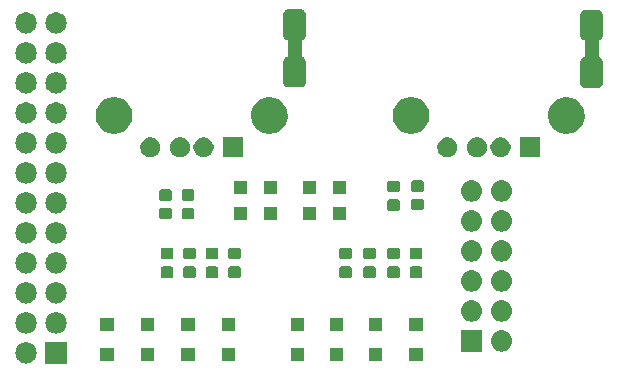
<source format=gbr>
G04 #@! TF.GenerationSoftware,KiCad,Pcbnew,5.0.2+dfsg1-1*
G04 #@! TF.CreationDate,2019-12-14T00:12:12+01:00*
G04 #@! TF.ProjectId,USB,5553422e-6b69-4636-9164-5f7063625858,rev?*
G04 #@! TF.SameCoordinates,Original*
G04 #@! TF.FileFunction,Soldermask,Top*
G04 #@! TF.FilePolarity,Negative*
%FSLAX46Y46*%
G04 Gerber Fmt 4.6, Leading zero omitted, Abs format (unit mm)*
G04 Created by KiCad (PCBNEW 5.0.2+dfsg1-1) date Sat 14 Dec 2019 12:12:12 AM CET*
%MOMM*%
%LPD*%
G01*
G04 APERTURE LIST*
%ADD10C,1.200000*%
%ADD11C,0.100000*%
G04 APERTURE END LIST*
D10*
G04 #@! TO.C,D6*
X146431000Y-84169000D02*
X146431000Y-80169000D01*
G04 #@! TO.C,D13*
X171577000Y-84201000D02*
X171577000Y-80201000D01*
D11*
G36*
X127139000Y-108851000D02*
X125337000Y-108851000D01*
X125337000Y-107049000D01*
X127139000Y-107049000D01*
X127139000Y-108851000D01*
X127139000Y-108851000D01*
G37*
G36*
X123808442Y-107055518D02*
X123874627Y-107062037D01*
X123987853Y-107096384D01*
X124044467Y-107113557D01*
X124183087Y-107187652D01*
X124200991Y-107197222D01*
X124236729Y-107226552D01*
X124338186Y-107309814D01*
X124421448Y-107411271D01*
X124450778Y-107447009D01*
X124450779Y-107447011D01*
X124534443Y-107603533D01*
X124534443Y-107603534D01*
X124585963Y-107773373D01*
X124603359Y-107950000D01*
X124585963Y-108126627D01*
X124551616Y-108239853D01*
X124534443Y-108296467D01*
X124460348Y-108435087D01*
X124450778Y-108452991D01*
X124421448Y-108488729D01*
X124338186Y-108590186D01*
X124236729Y-108673448D01*
X124200991Y-108702778D01*
X124200989Y-108702779D01*
X124044467Y-108786443D01*
X123987853Y-108803616D01*
X123874627Y-108837963D01*
X123808442Y-108844482D01*
X123742260Y-108851000D01*
X123653740Y-108851000D01*
X123587558Y-108844482D01*
X123521373Y-108837963D01*
X123408147Y-108803616D01*
X123351533Y-108786443D01*
X123195011Y-108702779D01*
X123195009Y-108702778D01*
X123159271Y-108673448D01*
X123057814Y-108590186D01*
X122974552Y-108488729D01*
X122945222Y-108452991D01*
X122935652Y-108435087D01*
X122861557Y-108296467D01*
X122844384Y-108239853D01*
X122810037Y-108126627D01*
X122792641Y-107950000D01*
X122810037Y-107773373D01*
X122861557Y-107603534D01*
X122861557Y-107603533D01*
X122945221Y-107447011D01*
X122945222Y-107447009D01*
X122974552Y-107411271D01*
X123057814Y-107309814D01*
X123159271Y-107226552D01*
X123195009Y-107197222D01*
X123212913Y-107187652D01*
X123351533Y-107113557D01*
X123408147Y-107096384D01*
X123521373Y-107062037D01*
X123587558Y-107055518D01*
X123653740Y-107049000D01*
X123742260Y-107049000D01*
X123808442Y-107055518D01*
X123808442Y-107055518D01*
G37*
G36*
X157269000Y-108608000D02*
X156167000Y-108608000D01*
X156167000Y-107506000D01*
X157269000Y-107506000D01*
X157269000Y-108608000D01*
X157269000Y-108608000D01*
G37*
G36*
X141394000Y-108608000D02*
X140292000Y-108608000D01*
X140292000Y-107506000D01*
X141394000Y-107506000D01*
X141394000Y-108608000D01*
X141394000Y-108608000D01*
G37*
G36*
X137965000Y-108608000D02*
X136863000Y-108608000D01*
X136863000Y-107506000D01*
X137965000Y-107506000D01*
X137965000Y-108608000D01*
X137965000Y-108608000D01*
G37*
G36*
X134536000Y-108608000D02*
X133434000Y-108608000D01*
X133434000Y-107506000D01*
X134536000Y-107506000D01*
X134536000Y-108608000D01*
X134536000Y-108608000D01*
G37*
G36*
X131107000Y-108608000D02*
X130005000Y-108608000D01*
X130005000Y-107506000D01*
X131107000Y-107506000D01*
X131107000Y-108608000D01*
X131107000Y-108608000D01*
G37*
G36*
X150538000Y-108608000D02*
X149436000Y-108608000D01*
X149436000Y-107506000D01*
X150538000Y-107506000D01*
X150538000Y-108608000D01*
X150538000Y-108608000D01*
G37*
G36*
X153840000Y-108608000D02*
X152738000Y-108608000D01*
X152738000Y-107506000D01*
X153840000Y-107506000D01*
X153840000Y-108608000D01*
X153840000Y-108608000D01*
G37*
G36*
X147236000Y-108608000D02*
X146134000Y-108608000D01*
X146134000Y-107506000D01*
X147236000Y-107506000D01*
X147236000Y-108608000D01*
X147236000Y-108608000D01*
G37*
G36*
X162318000Y-107835000D02*
X160516000Y-107835000D01*
X160516000Y-106033000D01*
X162318000Y-106033000D01*
X162318000Y-107835000D01*
X162318000Y-107835000D01*
G37*
G36*
X164067443Y-106039519D02*
X164133627Y-106046037D01*
X164246853Y-106080384D01*
X164303467Y-106097557D01*
X164425485Y-106162778D01*
X164459991Y-106181222D01*
X164495729Y-106210552D01*
X164597186Y-106293814D01*
X164680448Y-106395271D01*
X164709778Y-106431009D01*
X164709779Y-106431011D01*
X164793443Y-106587533D01*
X164793443Y-106587534D01*
X164844963Y-106757373D01*
X164862359Y-106934000D01*
X164844963Y-107110627D01*
X164844074Y-107113557D01*
X164793443Y-107280467D01*
X164777756Y-107309814D01*
X164709778Y-107436991D01*
X164680448Y-107472729D01*
X164597186Y-107574186D01*
X164495729Y-107657448D01*
X164459991Y-107686778D01*
X164459989Y-107686779D01*
X164303467Y-107770443D01*
X164246853Y-107787616D01*
X164133627Y-107821963D01*
X164067443Y-107828481D01*
X164001260Y-107835000D01*
X163912740Y-107835000D01*
X163846557Y-107828481D01*
X163780373Y-107821963D01*
X163667147Y-107787616D01*
X163610533Y-107770443D01*
X163454011Y-107686779D01*
X163454009Y-107686778D01*
X163418271Y-107657448D01*
X163316814Y-107574186D01*
X163233552Y-107472729D01*
X163204222Y-107436991D01*
X163136244Y-107309814D01*
X163120557Y-107280467D01*
X163069926Y-107113557D01*
X163069037Y-107110627D01*
X163051641Y-106934000D01*
X163069037Y-106757373D01*
X163120557Y-106587534D01*
X163120557Y-106587533D01*
X163204221Y-106431011D01*
X163204222Y-106431009D01*
X163233552Y-106395271D01*
X163316814Y-106293814D01*
X163418271Y-106210552D01*
X163454009Y-106181222D01*
X163488515Y-106162778D01*
X163610533Y-106097557D01*
X163667147Y-106080384D01*
X163780373Y-106046037D01*
X163846557Y-106039519D01*
X163912740Y-106033000D01*
X164001260Y-106033000D01*
X164067443Y-106039519D01*
X164067443Y-106039519D01*
G37*
G36*
X123808443Y-104515519D02*
X123874627Y-104522037D01*
X123987853Y-104556384D01*
X124044467Y-104573557D01*
X124183087Y-104647652D01*
X124200991Y-104657222D01*
X124236729Y-104686552D01*
X124338186Y-104769814D01*
X124421448Y-104871271D01*
X124450778Y-104907009D01*
X124450779Y-104907011D01*
X124534443Y-105063533D01*
X124534443Y-105063534D01*
X124585963Y-105233373D01*
X124603359Y-105410000D01*
X124585963Y-105586627D01*
X124551616Y-105699853D01*
X124534443Y-105756467D01*
X124460348Y-105895087D01*
X124450778Y-105912991D01*
X124421448Y-105948729D01*
X124338186Y-106050186D01*
X124267738Y-106108000D01*
X124200991Y-106162778D01*
X124200989Y-106162779D01*
X124044467Y-106246443D01*
X123987853Y-106263616D01*
X123874627Y-106297963D01*
X123808442Y-106304482D01*
X123742260Y-106311000D01*
X123653740Y-106311000D01*
X123587558Y-106304482D01*
X123521373Y-106297963D01*
X123408147Y-106263616D01*
X123351533Y-106246443D01*
X123195011Y-106162779D01*
X123195009Y-106162778D01*
X123128262Y-106108000D01*
X123057814Y-106050186D01*
X122974552Y-105948729D01*
X122945222Y-105912991D01*
X122935652Y-105895087D01*
X122861557Y-105756467D01*
X122844384Y-105699853D01*
X122810037Y-105586627D01*
X122792641Y-105410000D01*
X122810037Y-105233373D01*
X122861557Y-105063534D01*
X122861557Y-105063533D01*
X122945221Y-104907011D01*
X122945222Y-104907009D01*
X122974552Y-104871271D01*
X123057814Y-104769814D01*
X123159271Y-104686552D01*
X123195009Y-104657222D01*
X123212913Y-104647652D01*
X123351533Y-104573557D01*
X123408147Y-104556384D01*
X123521373Y-104522037D01*
X123587557Y-104515519D01*
X123653740Y-104509000D01*
X123742260Y-104509000D01*
X123808443Y-104515519D01*
X123808443Y-104515519D01*
G37*
G36*
X126348443Y-104515519D02*
X126414627Y-104522037D01*
X126527853Y-104556384D01*
X126584467Y-104573557D01*
X126723087Y-104647652D01*
X126740991Y-104657222D01*
X126776729Y-104686552D01*
X126878186Y-104769814D01*
X126961448Y-104871271D01*
X126990778Y-104907009D01*
X126990779Y-104907011D01*
X127074443Y-105063533D01*
X127074443Y-105063534D01*
X127125963Y-105233373D01*
X127143359Y-105410000D01*
X127125963Y-105586627D01*
X127091616Y-105699853D01*
X127074443Y-105756467D01*
X127000348Y-105895087D01*
X126990778Y-105912991D01*
X126961448Y-105948729D01*
X126878186Y-106050186D01*
X126807738Y-106108000D01*
X126740991Y-106162778D01*
X126740989Y-106162779D01*
X126584467Y-106246443D01*
X126527853Y-106263616D01*
X126414627Y-106297963D01*
X126348442Y-106304482D01*
X126282260Y-106311000D01*
X126193740Y-106311000D01*
X126127558Y-106304482D01*
X126061373Y-106297963D01*
X125948147Y-106263616D01*
X125891533Y-106246443D01*
X125735011Y-106162779D01*
X125735009Y-106162778D01*
X125668262Y-106108000D01*
X125597814Y-106050186D01*
X125514552Y-105948729D01*
X125485222Y-105912991D01*
X125475652Y-105895087D01*
X125401557Y-105756467D01*
X125384384Y-105699853D01*
X125350037Y-105586627D01*
X125332641Y-105410000D01*
X125350037Y-105233373D01*
X125401557Y-105063534D01*
X125401557Y-105063533D01*
X125485221Y-104907011D01*
X125485222Y-104907009D01*
X125514552Y-104871271D01*
X125597814Y-104769814D01*
X125699271Y-104686552D01*
X125735009Y-104657222D01*
X125752913Y-104647652D01*
X125891533Y-104573557D01*
X125948147Y-104556384D01*
X126061373Y-104522037D01*
X126127557Y-104515519D01*
X126193740Y-104509000D01*
X126282260Y-104509000D01*
X126348443Y-104515519D01*
X126348443Y-104515519D01*
G37*
G36*
X131107000Y-106108000D02*
X130005000Y-106108000D01*
X130005000Y-105006000D01*
X131107000Y-105006000D01*
X131107000Y-106108000D01*
X131107000Y-106108000D01*
G37*
G36*
X157269000Y-106108000D02*
X156167000Y-106108000D01*
X156167000Y-105006000D01*
X157269000Y-105006000D01*
X157269000Y-106108000D01*
X157269000Y-106108000D01*
G37*
G36*
X153840000Y-106108000D02*
X152738000Y-106108000D01*
X152738000Y-105006000D01*
X153840000Y-105006000D01*
X153840000Y-106108000D01*
X153840000Y-106108000D01*
G37*
G36*
X150538000Y-106108000D02*
X149436000Y-106108000D01*
X149436000Y-105006000D01*
X150538000Y-105006000D01*
X150538000Y-106108000D01*
X150538000Y-106108000D01*
G37*
G36*
X147236000Y-106108000D02*
X146134000Y-106108000D01*
X146134000Y-105006000D01*
X147236000Y-105006000D01*
X147236000Y-106108000D01*
X147236000Y-106108000D01*
G37*
G36*
X134536000Y-106108000D02*
X133434000Y-106108000D01*
X133434000Y-105006000D01*
X134536000Y-105006000D01*
X134536000Y-106108000D01*
X134536000Y-106108000D01*
G37*
G36*
X137965000Y-106108000D02*
X136863000Y-106108000D01*
X136863000Y-105006000D01*
X137965000Y-105006000D01*
X137965000Y-106108000D01*
X137965000Y-106108000D01*
G37*
G36*
X141394000Y-106108000D02*
X140292000Y-106108000D01*
X140292000Y-105006000D01*
X141394000Y-105006000D01*
X141394000Y-106108000D01*
X141394000Y-106108000D01*
G37*
G36*
X161527442Y-103499518D02*
X161593627Y-103506037D01*
X161706853Y-103540384D01*
X161763467Y-103557557D01*
X161885485Y-103622778D01*
X161919991Y-103641222D01*
X161955729Y-103670552D01*
X162057186Y-103753814D01*
X162140448Y-103855271D01*
X162169778Y-103891009D01*
X162169779Y-103891011D01*
X162253443Y-104047533D01*
X162253443Y-104047534D01*
X162304963Y-104217373D01*
X162322359Y-104394000D01*
X162304963Y-104570627D01*
X162304074Y-104573557D01*
X162253443Y-104740467D01*
X162237756Y-104769814D01*
X162169778Y-104896991D01*
X162140448Y-104932729D01*
X162057186Y-105034186D01*
X161955729Y-105117448D01*
X161919991Y-105146778D01*
X161919989Y-105146779D01*
X161763467Y-105230443D01*
X161706853Y-105247616D01*
X161593627Y-105281963D01*
X161527443Y-105288481D01*
X161461260Y-105295000D01*
X161372740Y-105295000D01*
X161306558Y-105288482D01*
X161240373Y-105281963D01*
X161127147Y-105247616D01*
X161070533Y-105230443D01*
X160914011Y-105146779D01*
X160914009Y-105146778D01*
X160878271Y-105117448D01*
X160776814Y-105034186D01*
X160693552Y-104932729D01*
X160664222Y-104896991D01*
X160596244Y-104769814D01*
X160580557Y-104740467D01*
X160529926Y-104573557D01*
X160529037Y-104570627D01*
X160511641Y-104394000D01*
X160529037Y-104217373D01*
X160580557Y-104047534D01*
X160580557Y-104047533D01*
X160664221Y-103891011D01*
X160664222Y-103891009D01*
X160693552Y-103855271D01*
X160776814Y-103753814D01*
X160878271Y-103670552D01*
X160914009Y-103641222D01*
X160948515Y-103622778D01*
X161070533Y-103557557D01*
X161127147Y-103540384D01*
X161240373Y-103506037D01*
X161306557Y-103499519D01*
X161372740Y-103493000D01*
X161461260Y-103493000D01*
X161527442Y-103499518D01*
X161527442Y-103499518D01*
G37*
G36*
X164067442Y-103499518D02*
X164133627Y-103506037D01*
X164246853Y-103540384D01*
X164303467Y-103557557D01*
X164425485Y-103622778D01*
X164459991Y-103641222D01*
X164495729Y-103670552D01*
X164597186Y-103753814D01*
X164680448Y-103855271D01*
X164709778Y-103891009D01*
X164709779Y-103891011D01*
X164793443Y-104047533D01*
X164793443Y-104047534D01*
X164844963Y-104217373D01*
X164862359Y-104394000D01*
X164844963Y-104570627D01*
X164844074Y-104573557D01*
X164793443Y-104740467D01*
X164777756Y-104769814D01*
X164709778Y-104896991D01*
X164680448Y-104932729D01*
X164597186Y-105034186D01*
X164495729Y-105117448D01*
X164459991Y-105146778D01*
X164459989Y-105146779D01*
X164303467Y-105230443D01*
X164246853Y-105247616D01*
X164133627Y-105281963D01*
X164067443Y-105288481D01*
X164001260Y-105295000D01*
X163912740Y-105295000D01*
X163846558Y-105288482D01*
X163780373Y-105281963D01*
X163667147Y-105247616D01*
X163610533Y-105230443D01*
X163454011Y-105146779D01*
X163454009Y-105146778D01*
X163418271Y-105117448D01*
X163316814Y-105034186D01*
X163233552Y-104932729D01*
X163204222Y-104896991D01*
X163136244Y-104769814D01*
X163120557Y-104740467D01*
X163069926Y-104573557D01*
X163069037Y-104570627D01*
X163051641Y-104394000D01*
X163069037Y-104217373D01*
X163120557Y-104047534D01*
X163120557Y-104047533D01*
X163204221Y-103891011D01*
X163204222Y-103891009D01*
X163233552Y-103855271D01*
X163316814Y-103753814D01*
X163418271Y-103670552D01*
X163454009Y-103641222D01*
X163488515Y-103622778D01*
X163610533Y-103557557D01*
X163667147Y-103540384D01*
X163780373Y-103506037D01*
X163846557Y-103499519D01*
X163912740Y-103493000D01*
X164001260Y-103493000D01*
X164067442Y-103499518D01*
X164067442Y-103499518D01*
G37*
G36*
X123808442Y-101975518D02*
X123874627Y-101982037D01*
X123987853Y-102016384D01*
X124044467Y-102033557D01*
X124183087Y-102107652D01*
X124200991Y-102117222D01*
X124236729Y-102146552D01*
X124338186Y-102229814D01*
X124421448Y-102331271D01*
X124450778Y-102367009D01*
X124450779Y-102367011D01*
X124534443Y-102523533D01*
X124534443Y-102523534D01*
X124585963Y-102693373D01*
X124603359Y-102870000D01*
X124585963Y-103046627D01*
X124551616Y-103159853D01*
X124534443Y-103216467D01*
X124460348Y-103355087D01*
X124450778Y-103372991D01*
X124421448Y-103408729D01*
X124338186Y-103510186D01*
X124236729Y-103593448D01*
X124200991Y-103622778D01*
X124200989Y-103622779D01*
X124044467Y-103706443D01*
X123987853Y-103723616D01*
X123874627Y-103757963D01*
X123808443Y-103764481D01*
X123742260Y-103771000D01*
X123653740Y-103771000D01*
X123587557Y-103764481D01*
X123521373Y-103757963D01*
X123408147Y-103723616D01*
X123351533Y-103706443D01*
X123195011Y-103622779D01*
X123195009Y-103622778D01*
X123159271Y-103593448D01*
X123057814Y-103510186D01*
X122974552Y-103408729D01*
X122945222Y-103372991D01*
X122935652Y-103355087D01*
X122861557Y-103216467D01*
X122844384Y-103159853D01*
X122810037Y-103046627D01*
X122792641Y-102870000D01*
X122810037Y-102693373D01*
X122861557Y-102523534D01*
X122861557Y-102523533D01*
X122945221Y-102367011D01*
X122945222Y-102367009D01*
X122974552Y-102331271D01*
X123057814Y-102229814D01*
X123159271Y-102146552D01*
X123195009Y-102117222D01*
X123212913Y-102107652D01*
X123351533Y-102033557D01*
X123408147Y-102016384D01*
X123521373Y-101982037D01*
X123587558Y-101975518D01*
X123653740Y-101969000D01*
X123742260Y-101969000D01*
X123808442Y-101975518D01*
X123808442Y-101975518D01*
G37*
G36*
X126348442Y-101975518D02*
X126414627Y-101982037D01*
X126527853Y-102016384D01*
X126584467Y-102033557D01*
X126723087Y-102107652D01*
X126740991Y-102117222D01*
X126776729Y-102146552D01*
X126878186Y-102229814D01*
X126961448Y-102331271D01*
X126990778Y-102367009D01*
X126990779Y-102367011D01*
X127074443Y-102523533D01*
X127074443Y-102523534D01*
X127125963Y-102693373D01*
X127143359Y-102870000D01*
X127125963Y-103046627D01*
X127091616Y-103159853D01*
X127074443Y-103216467D01*
X127000348Y-103355087D01*
X126990778Y-103372991D01*
X126961448Y-103408729D01*
X126878186Y-103510186D01*
X126776729Y-103593448D01*
X126740991Y-103622778D01*
X126740989Y-103622779D01*
X126584467Y-103706443D01*
X126527853Y-103723616D01*
X126414627Y-103757963D01*
X126348443Y-103764481D01*
X126282260Y-103771000D01*
X126193740Y-103771000D01*
X126127557Y-103764481D01*
X126061373Y-103757963D01*
X125948147Y-103723616D01*
X125891533Y-103706443D01*
X125735011Y-103622779D01*
X125735009Y-103622778D01*
X125699271Y-103593448D01*
X125597814Y-103510186D01*
X125514552Y-103408729D01*
X125485222Y-103372991D01*
X125475652Y-103355087D01*
X125401557Y-103216467D01*
X125384384Y-103159853D01*
X125350037Y-103046627D01*
X125332641Y-102870000D01*
X125350037Y-102693373D01*
X125401557Y-102523534D01*
X125401557Y-102523533D01*
X125485221Y-102367011D01*
X125485222Y-102367009D01*
X125514552Y-102331271D01*
X125597814Y-102229814D01*
X125699271Y-102146552D01*
X125735009Y-102117222D01*
X125752913Y-102107652D01*
X125891533Y-102033557D01*
X125948147Y-102016384D01*
X126061373Y-101982037D01*
X126127558Y-101975518D01*
X126193740Y-101969000D01*
X126282260Y-101969000D01*
X126348442Y-101975518D01*
X126348442Y-101975518D01*
G37*
G36*
X161527443Y-100959519D02*
X161593627Y-100966037D01*
X161706853Y-101000384D01*
X161763467Y-101017557D01*
X161885485Y-101082778D01*
X161919991Y-101101222D01*
X161955729Y-101130552D01*
X162057186Y-101213814D01*
X162140448Y-101315271D01*
X162169778Y-101351009D01*
X162169779Y-101351011D01*
X162253443Y-101507533D01*
X162253443Y-101507534D01*
X162304963Y-101677373D01*
X162322359Y-101854000D01*
X162304963Y-102030627D01*
X162304074Y-102033557D01*
X162253443Y-102200467D01*
X162237756Y-102229814D01*
X162169778Y-102356991D01*
X162140448Y-102392729D01*
X162057186Y-102494186D01*
X161955729Y-102577448D01*
X161919991Y-102606778D01*
X161919989Y-102606779D01*
X161763467Y-102690443D01*
X161706853Y-102707616D01*
X161593627Y-102741963D01*
X161527442Y-102748482D01*
X161461260Y-102755000D01*
X161372740Y-102755000D01*
X161306557Y-102748481D01*
X161240373Y-102741963D01*
X161127147Y-102707616D01*
X161070533Y-102690443D01*
X160914011Y-102606779D01*
X160914009Y-102606778D01*
X160878271Y-102577448D01*
X160776814Y-102494186D01*
X160693552Y-102392729D01*
X160664222Y-102356991D01*
X160596244Y-102229814D01*
X160580557Y-102200467D01*
X160529926Y-102033557D01*
X160529037Y-102030627D01*
X160511641Y-101854000D01*
X160529037Y-101677373D01*
X160580557Y-101507534D01*
X160580557Y-101507533D01*
X160664221Y-101351011D01*
X160664222Y-101351009D01*
X160693552Y-101315271D01*
X160776814Y-101213814D01*
X160878271Y-101130552D01*
X160914009Y-101101222D01*
X160948515Y-101082778D01*
X161070533Y-101017557D01*
X161127147Y-101000384D01*
X161240373Y-100966037D01*
X161306558Y-100959518D01*
X161372740Y-100953000D01*
X161461260Y-100953000D01*
X161527443Y-100959519D01*
X161527443Y-100959519D01*
G37*
G36*
X164067443Y-100959519D02*
X164133627Y-100966037D01*
X164246853Y-101000384D01*
X164303467Y-101017557D01*
X164425485Y-101082778D01*
X164459991Y-101101222D01*
X164495729Y-101130552D01*
X164597186Y-101213814D01*
X164680448Y-101315271D01*
X164709778Y-101351009D01*
X164709779Y-101351011D01*
X164793443Y-101507533D01*
X164793443Y-101507534D01*
X164844963Y-101677373D01*
X164862359Y-101854000D01*
X164844963Y-102030627D01*
X164844074Y-102033557D01*
X164793443Y-102200467D01*
X164777756Y-102229814D01*
X164709778Y-102356991D01*
X164680448Y-102392729D01*
X164597186Y-102494186D01*
X164495729Y-102577448D01*
X164459991Y-102606778D01*
X164459989Y-102606779D01*
X164303467Y-102690443D01*
X164246853Y-102707616D01*
X164133627Y-102741963D01*
X164067442Y-102748482D01*
X164001260Y-102755000D01*
X163912740Y-102755000D01*
X163846557Y-102748481D01*
X163780373Y-102741963D01*
X163667147Y-102707616D01*
X163610533Y-102690443D01*
X163454011Y-102606779D01*
X163454009Y-102606778D01*
X163418271Y-102577448D01*
X163316814Y-102494186D01*
X163233552Y-102392729D01*
X163204222Y-102356991D01*
X163136244Y-102229814D01*
X163120557Y-102200467D01*
X163069926Y-102033557D01*
X163069037Y-102030627D01*
X163051641Y-101854000D01*
X163069037Y-101677373D01*
X163120557Y-101507534D01*
X163120557Y-101507533D01*
X163204221Y-101351011D01*
X163204222Y-101351009D01*
X163233552Y-101315271D01*
X163316814Y-101213814D01*
X163418271Y-101130552D01*
X163454009Y-101101222D01*
X163488515Y-101082778D01*
X163610533Y-101017557D01*
X163667147Y-101000384D01*
X163780373Y-100966037D01*
X163846558Y-100959518D01*
X163912740Y-100953000D01*
X164001260Y-100953000D01*
X164067443Y-100959519D01*
X164067443Y-100959519D01*
G37*
G36*
X151128591Y-100633085D02*
X151162569Y-100643393D01*
X151193887Y-100660133D01*
X151221339Y-100682661D01*
X151243867Y-100710113D01*
X151260607Y-100741431D01*
X151270915Y-100775409D01*
X151275000Y-100816890D01*
X151275000Y-101418110D01*
X151270915Y-101459591D01*
X151260607Y-101493569D01*
X151243867Y-101524887D01*
X151221339Y-101552339D01*
X151193887Y-101574867D01*
X151162569Y-101591607D01*
X151128591Y-101601915D01*
X151087110Y-101606000D01*
X150410890Y-101606000D01*
X150369409Y-101601915D01*
X150335431Y-101591607D01*
X150304113Y-101574867D01*
X150276661Y-101552339D01*
X150254133Y-101524887D01*
X150237393Y-101493569D01*
X150227085Y-101459591D01*
X150223000Y-101418110D01*
X150223000Y-100816890D01*
X150227085Y-100775409D01*
X150237393Y-100741431D01*
X150254133Y-100710113D01*
X150276661Y-100682661D01*
X150304113Y-100660133D01*
X150335431Y-100643393D01*
X150369409Y-100633085D01*
X150410890Y-100629000D01*
X151087110Y-100629000D01*
X151128591Y-100633085D01*
X151128591Y-100633085D01*
G37*
G36*
X141730591Y-100633085D02*
X141764569Y-100643393D01*
X141795887Y-100660133D01*
X141823339Y-100682661D01*
X141845867Y-100710113D01*
X141862607Y-100741431D01*
X141872915Y-100775409D01*
X141877000Y-100816890D01*
X141877000Y-101418110D01*
X141872915Y-101459591D01*
X141862607Y-101493569D01*
X141845867Y-101524887D01*
X141823339Y-101552339D01*
X141795887Y-101574867D01*
X141764569Y-101591607D01*
X141730591Y-101601915D01*
X141689110Y-101606000D01*
X141012890Y-101606000D01*
X140971409Y-101601915D01*
X140937431Y-101591607D01*
X140906113Y-101574867D01*
X140878661Y-101552339D01*
X140856133Y-101524887D01*
X140839393Y-101493569D01*
X140829085Y-101459591D01*
X140825000Y-101418110D01*
X140825000Y-100816890D01*
X140829085Y-100775409D01*
X140839393Y-100741431D01*
X140856133Y-100710113D01*
X140878661Y-100682661D01*
X140906113Y-100660133D01*
X140937431Y-100643393D01*
X140971409Y-100633085D01*
X141012890Y-100629000D01*
X141689110Y-100629000D01*
X141730591Y-100633085D01*
X141730591Y-100633085D01*
G37*
G36*
X139825591Y-100633085D02*
X139859569Y-100643393D01*
X139890887Y-100660133D01*
X139918339Y-100682661D01*
X139940867Y-100710113D01*
X139957607Y-100741431D01*
X139967915Y-100775409D01*
X139972000Y-100816890D01*
X139972000Y-101418110D01*
X139967915Y-101459591D01*
X139957607Y-101493569D01*
X139940867Y-101524887D01*
X139918339Y-101552339D01*
X139890887Y-101574867D01*
X139859569Y-101591607D01*
X139825591Y-101601915D01*
X139784110Y-101606000D01*
X139107890Y-101606000D01*
X139066409Y-101601915D01*
X139032431Y-101591607D01*
X139001113Y-101574867D01*
X138973661Y-101552339D01*
X138951133Y-101524887D01*
X138934393Y-101493569D01*
X138924085Y-101459591D01*
X138920000Y-101418110D01*
X138920000Y-100816890D01*
X138924085Y-100775409D01*
X138934393Y-100741431D01*
X138951133Y-100710113D01*
X138973661Y-100682661D01*
X139001113Y-100660133D01*
X139032431Y-100643393D01*
X139066409Y-100633085D01*
X139107890Y-100629000D01*
X139784110Y-100629000D01*
X139825591Y-100633085D01*
X139825591Y-100633085D01*
G37*
G36*
X136015591Y-100633085D02*
X136049569Y-100643393D01*
X136080887Y-100660133D01*
X136108339Y-100682661D01*
X136130867Y-100710113D01*
X136147607Y-100741431D01*
X136157915Y-100775409D01*
X136162000Y-100816890D01*
X136162000Y-101418110D01*
X136157915Y-101459591D01*
X136147607Y-101493569D01*
X136130867Y-101524887D01*
X136108339Y-101552339D01*
X136080887Y-101574867D01*
X136049569Y-101591607D01*
X136015591Y-101601915D01*
X135974110Y-101606000D01*
X135297890Y-101606000D01*
X135256409Y-101601915D01*
X135222431Y-101591607D01*
X135191113Y-101574867D01*
X135163661Y-101552339D01*
X135141133Y-101524887D01*
X135124393Y-101493569D01*
X135114085Y-101459591D01*
X135110000Y-101418110D01*
X135110000Y-100816890D01*
X135114085Y-100775409D01*
X135124393Y-100741431D01*
X135141133Y-100710113D01*
X135163661Y-100682661D01*
X135191113Y-100660133D01*
X135222431Y-100643393D01*
X135256409Y-100633085D01*
X135297890Y-100629000D01*
X135974110Y-100629000D01*
X136015591Y-100633085D01*
X136015591Y-100633085D01*
G37*
G36*
X137920591Y-100633085D02*
X137954569Y-100643393D01*
X137985887Y-100660133D01*
X138013339Y-100682661D01*
X138035867Y-100710113D01*
X138052607Y-100741431D01*
X138062915Y-100775409D01*
X138067000Y-100816890D01*
X138067000Y-101418110D01*
X138062915Y-101459591D01*
X138052607Y-101493569D01*
X138035867Y-101524887D01*
X138013339Y-101552339D01*
X137985887Y-101574867D01*
X137954569Y-101591607D01*
X137920591Y-101601915D01*
X137879110Y-101606000D01*
X137202890Y-101606000D01*
X137161409Y-101601915D01*
X137127431Y-101591607D01*
X137096113Y-101574867D01*
X137068661Y-101552339D01*
X137046133Y-101524887D01*
X137029393Y-101493569D01*
X137019085Y-101459591D01*
X137015000Y-101418110D01*
X137015000Y-100816890D01*
X137019085Y-100775409D01*
X137029393Y-100741431D01*
X137046133Y-100710113D01*
X137068661Y-100682661D01*
X137096113Y-100660133D01*
X137127431Y-100643393D01*
X137161409Y-100633085D01*
X137202890Y-100629000D01*
X137879110Y-100629000D01*
X137920591Y-100633085D01*
X137920591Y-100633085D01*
G37*
G36*
X153160591Y-100633085D02*
X153194569Y-100643393D01*
X153225887Y-100660133D01*
X153253339Y-100682661D01*
X153275867Y-100710113D01*
X153292607Y-100741431D01*
X153302915Y-100775409D01*
X153307000Y-100816890D01*
X153307000Y-101418110D01*
X153302915Y-101459591D01*
X153292607Y-101493569D01*
X153275867Y-101524887D01*
X153253339Y-101552339D01*
X153225887Y-101574867D01*
X153194569Y-101591607D01*
X153160591Y-101601915D01*
X153119110Y-101606000D01*
X152442890Y-101606000D01*
X152401409Y-101601915D01*
X152367431Y-101591607D01*
X152336113Y-101574867D01*
X152308661Y-101552339D01*
X152286133Y-101524887D01*
X152269393Y-101493569D01*
X152259085Y-101459591D01*
X152255000Y-101418110D01*
X152255000Y-100816890D01*
X152259085Y-100775409D01*
X152269393Y-100741431D01*
X152286133Y-100710113D01*
X152308661Y-100682661D01*
X152336113Y-100660133D01*
X152367431Y-100643393D01*
X152401409Y-100633085D01*
X152442890Y-100629000D01*
X153119110Y-100629000D01*
X153160591Y-100633085D01*
X153160591Y-100633085D01*
G37*
G36*
X155192591Y-100633085D02*
X155226569Y-100643393D01*
X155257887Y-100660133D01*
X155285339Y-100682661D01*
X155307867Y-100710113D01*
X155324607Y-100741431D01*
X155334915Y-100775409D01*
X155339000Y-100816890D01*
X155339000Y-101418110D01*
X155334915Y-101459591D01*
X155324607Y-101493569D01*
X155307867Y-101524887D01*
X155285339Y-101552339D01*
X155257887Y-101574867D01*
X155226569Y-101591607D01*
X155192591Y-101601915D01*
X155151110Y-101606000D01*
X154474890Y-101606000D01*
X154433409Y-101601915D01*
X154399431Y-101591607D01*
X154368113Y-101574867D01*
X154340661Y-101552339D01*
X154318133Y-101524887D01*
X154301393Y-101493569D01*
X154291085Y-101459591D01*
X154287000Y-101418110D01*
X154287000Y-100816890D01*
X154291085Y-100775409D01*
X154301393Y-100741431D01*
X154318133Y-100710113D01*
X154340661Y-100682661D01*
X154368113Y-100660133D01*
X154399431Y-100643393D01*
X154433409Y-100633085D01*
X154474890Y-100629000D01*
X155151110Y-100629000D01*
X155192591Y-100633085D01*
X155192591Y-100633085D01*
G37*
G36*
X157097591Y-100633085D02*
X157131569Y-100643393D01*
X157162887Y-100660133D01*
X157190339Y-100682661D01*
X157212867Y-100710113D01*
X157229607Y-100741431D01*
X157239915Y-100775409D01*
X157244000Y-100816890D01*
X157244000Y-101418110D01*
X157239915Y-101459591D01*
X157229607Y-101493569D01*
X157212867Y-101524887D01*
X157190339Y-101552339D01*
X157162887Y-101574867D01*
X157131569Y-101591607D01*
X157097591Y-101601915D01*
X157056110Y-101606000D01*
X156379890Y-101606000D01*
X156338409Y-101601915D01*
X156304431Y-101591607D01*
X156273113Y-101574867D01*
X156245661Y-101552339D01*
X156223133Y-101524887D01*
X156206393Y-101493569D01*
X156196085Y-101459591D01*
X156192000Y-101418110D01*
X156192000Y-100816890D01*
X156196085Y-100775409D01*
X156206393Y-100741431D01*
X156223133Y-100710113D01*
X156245661Y-100682661D01*
X156273113Y-100660133D01*
X156304431Y-100643393D01*
X156338409Y-100633085D01*
X156379890Y-100629000D01*
X157056110Y-100629000D01*
X157097591Y-100633085D01*
X157097591Y-100633085D01*
G37*
G36*
X123808443Y-99435519D02*
X123874627Y-99442037D01*
X123987853Y-99476384D01*
X124044467Y-99493557D01*
X124183087Y-99567652D01*
X124200991Y-99577222D01*
X124236729Y-99606552D01*
X124338186Y-99689814D01*
X124417738Y-99786750D01*
X124450778Y-99827009D01*
X124450779Y-99827011D01*
X124534443Y-99983533D01*
X124548842Y-100031000D01*
X124585963Y-100153373D01*
X124603359Y-100330000D01*
X124585963Y-100506627D01*
X124551616Y-100619853D01*
X124534443Y-100676467D01*
X124479220Y-100779780D01*
X124450778Y-100832991D01*
X124421448Y-100868729D01*
X124338186Y-100970186D01*
X124236729Y-101053448D01*
X124200991Y-101082778D01*
X124200989Y-101082779D01*
X124044467Y-101166443D01*
X123987853Y-101183616D01*
X123874627Y-101217963D01*
X123808443Y-101224481D01*
X123742260Y-101231000D01*
X123653740Y-101231000D01*
X123587558Y-101224482D01*
X123521373Y-101217963D01*
X123408147Y-101183616D01*
X123351533Y-101166443D01*
X123195011Y-101082779D01*
X123195009Y-101082778D01*
X123159271Y-101053448D01*
X123057814Y-100970186D01*
X122974552Y-100868729D01*
X122945222Y-100832991D01*
X122916780Y-100779780D01*
X122861557Y-100676467D01*
X122844384Y-100619853D01*
X122810037Y-100506627D01*
X122792641Y-100330000D01*
X122810037Y-100153373D01*
X122847158Y-100031000D01*
X122861557Y-99983533D01*
X122945221Y-99827011D01*
X122945222Y-99827009D01*
X122978262Y-99786750D01*
X123057814Y-99689814D01*
X123159271Y-99606552D01*
X123195009Y-99577222D01*
X123212913Y-99567652D01*
X123351533Y-99493557D01*
X123408147Y-99476384D01*
X123521373Y-99442037D01*
X123587558Y-99435518D01*
X123653740Y-99429000D01*
X123742260Y-99429000D01*
X123808443Y-99435519D01*
X123808443Y-99435519D01*
G37*
G36*
X126348443Y-99435519D02*
X126414627Y-99442037D01*
X126527853Y-99476384D01*
X126584467Y-99493557D01*
X126723087Y-99567652D01*
X126740991Y-99577222D01*
X126776729Y-99606552D01*
X126878186Y-99689814D01*
X126957738Y-99786750D01*
X126990778Y-99827009D01*
X126990779Y-99827011D01*
X127074443Y-99983533D01*
X127088842Y-100031000D01*
X127125963Y-100153373D01*
X127143359Y-100330000D01*
X127125963Y-100506627D01*
X127091616Y-100619853D01*
X127074443Y-100676467D01*
X127019220Y-100779780D01*
X126990778Y-100832991D01*
X126961448Y-100868729D01*
X126878186Y-100970186D01*
X126776729Y-101053448D01*
X126740991Y-101082778D01*
X126740989Y-101082779D01*
X126584467Y-101166443D01*
X126527853Y-101183616D01*
X126414627Y-101217963D01*
X126348443Y-101224481D01*
X126282260Y-101231000D01*
X126193740Y-101231000D01*
X126127558Y-101224482D01*
X126061373Y-101217963D01*
X125948147Y-101183616D01*
X125891533Y-101166443D01*
X125735011Y-101082779D01*
X125735009Y-101082778D01*
X125699271Y-101053448D01*
X125597814Y-100970186D01*
X125514552Y-100868729D01*
X125485222Y-100832991D01*
X125456780Y-100779780D01*
X125401557Y-100676467D01*
X125384384Y-100619853D01*
X125350037Y-100506627D01*
X125332641Y-100330000D01*
X125350037Y-100153373D01*
X125387158Y-100031000D01*
X125401557Y-99983533D01*
X125485221Y-99827011D01*
X125485222Y-99827009D01*
X125518262Y-99786750D01*
X125597814Y-99689814D01*
X125699271Y-99606552D01*
X125735009Y-99577222D01*
X125752913Y-99567652D01*
X125891533Y-99493557D01*
X125948147Y-99476384D01*
X126061373Y-99442037D01*
X126127558Y-99435518D01*
X126193740Y-99429000D01*
X126282260Y-99429000D01*
X126348443Y-99435519D01*
X126348443Y-99435519D01*
G37*
G36*
X161527443Y-98419519D02*
X161593627Y-98426037D01*
X161706853Y-98460384D01*
X161763467Y-98477557D01*
X161885485Y-98542778D01*
X161919991Y-98561222D01*
X161955729Y-98590552D01*
X162057186Y-98673814D01*
X162140448Y-98775271D01*
X162169778Y-98811009D01*
X162169779Y-98811011D01*
X162253443Y-98967533D01*
X162253443Y-98967534D01*
X162304963Y-99137373D01*
X162322359Y-99314000D01*
X162304963Y-99490627D01*
X162304074Y-99493557D01*
X162253443Y-99660467D01*
X162237756Y-99689814D01*
X162169778Y-99816991D01*
X162140448Y-99852729D01*
X162057186Y-99954186D01*
X161969305Y-100026307D01*
X161919991Y-100066778D01*
X161919989Y-100066779D01*
X161763467Y-100150443D01*
X161706853Y-100167616D01*
X161593627Y-100201963D01*
X161527442Y-100208482D01*
X161461260Y-100215000D01*
X161372740Y-100215000D01*
X161306558Y-100208482D01*
X161240373Y-100201963D01*
X161127147Y-100167616D01*
X161070533Y-100150443D01*
X160914011Y-100066779D01*
X160914009Y-100066778D01*
X160864695Y-100026307D01*
X160776814Y-99954186D01*
X160693552Y-99852729D01*
X160664222Y-99816991D01*
X160596244Y-99689814D01*
X160580557Y-99660467D01*
X160529926Y-99493557D01*
X160529037Y-99490627D01*
X160511641Y-99314000D01*
X160529037Y-99137373D01*
X160580557Y-98967534D01*
X160580557Y-98967533D01*
X160664221Y-98811011D01*
X160664222Y-98811009D01*
X160693552Y-98775271D01*
X160776814Y-98673814D01*
X160878271Y-98590552D01*
X160914009Y-98561222D01*
X160948515Y-98542778D01*
X161070533Y-98477557D01*
X161127147Y-98460384D01*
X161240373Y-98426037D01*
X161306557Y-98419519D01*
X161372740Y-98413000D01*
X161461260Y-98413000D01*
X161527443Y-98419519D01*
X161527443Y-98419519D01*
G37*
G36*
X164067443Y-98419519D02*
X164133627Y-98426037D01*
X164246853Y-98460384D01*
X164303467Y-98477557D01*
X164425485Y-98542778D01*
X164459991Y-98561222D01*
X164495729Y-98590552D01*
X164597186Y-98673814D01*
X164680448Y-98775271D01*
X164709778Y-98811009D01*
X164709779Y-98811011D01*
X164793443Y-98967533D01*
X164793443Y-98967534D01*
X164844963Y-99137373D01*
X164862359Y-99314000D01*
X164844963Y-99490627D01*
X164844074Y-99493557D01*
X164793443Y-99660467D01*
X164777756Y-99689814D01*
X164709778Y-99816991D01*
X164680448Y-99852729D01*
X164597186Y-99954186D01*
X164509305Y-100026307D01*
X164459991Y-100066778D01*
X164459989Y-100066779D01*
X164303467Y-100150443D01*
X164246853Y-100167616D01*
X164133627Y-100201963D01*
X164067442Y-100208482D01*
X164001260Y-100215000D01*
X163912740Y-100215000D01*
X163846558Y-100208482D01*
X163780373Y-100201963D01*
X163667147Y-100167616D01*
X163610533Y-100150443D01*
X163454011Y-100066779D01*
X163454009Y-100066778D01*
X163404695Y-100026307D01*
X163316814Y-99954186D01*
X163233552Y-99852729D01*
X163204222Y-99816991D01*
X163136244Y-99689814D01*
X163120557Y-99660467D01*
X163069926Y-99493557D01*
X163069037Y-99490627D01*
X163051641Y-99314000D01*
X163069037Y-99137373D01*
X163120557Y-98967534D01*
X163120557Y-98967533D01*
X163204221Y-98811011D01*
X163204222Y-98811009D01*
X163233552Y-98775271D01*
X163316814Y-98673814D01*
X163418271Y-98590552D01*
X163454009Y-98561222D01*
X163488515Y-98542778D01*
X163610533Y-98477557D01*
X163667147Y-98460384D01*
X163780373Y-98426037D01*
X163846557Y-98419519D01*
X163912740Y-98413000D01*
X164001260Y-98413000D01*
X164067443Y-98419519D01*
X164067443Y-98419519D01*
G37*
G36*
X136015591Y-99058085D02*
X136049569Y-99068393D01*
X136080887Y-99085133D01*
X136108339Y-99107661D01*
X136130867Y-99135113D01*
X136147607Y-99166431D01*
X136157915Y-99200409D01*
X136162000Y-99241890D01*
X136162000Y-99843110D01*
X136157915Y-99884591D01*
X136147607Y-99918569D01*
X136130867Y-99949887D01*
X136108339Y-99977339D01*
X136080887Y-99999867D01*
X136049569Y-100016607D01*
X136015591Y-100026915D01*
X135974110Y-100031000D01*
X135297890Y-100031000D01*
X135256409Y-100026915D01*
X135222431Y-100016607D01*
X135191113Y-99999867D01*
X135163661Y-99977339D01*
X135141133Y-99949887D01*
X135124393Y-99918569D01*
X135114085Y-99884591D01*
X135110000Y-99843110D01*
X135110000Y-99241890D01*
X135114085Y-99200409D01*
X135124393Y-99166431D01*
X135141133Y-99135113D01*
X135163661Y-99107661D01*
X135191113Y-99085133D01*
X135222431Y-99068393D01*
X135256409Y-99058085D01*
X135297890Y-99054000D01*
X135974110Y-99054000D01*
X136015591Y-99058085D01*
X136015591Y-99058085D01*
G37*
G36*
X137920591Y-99058085D02*
X137954569Y-99068393D01*
X137985887Y-99085133D01*
X138013339Y-99107661D01*
X138035867Y-99135113D01*
X138052607Y-99166431D01*
X138062915Y-99200409D01*
X138067000Y-99241890D01*
X138067000Y-99843110D01*
X138062915Y-99884591D01*
X138052607Y-99918569D01*
X138035867Y-99949887D01*
X138013339Y-99977339D01*
X137985887Y-99999867D01*
X137954569Y-100016607D01*
X137920591Y-100026915D01*
X137879110Y-100031000D01*
X137202890Y-100031000D01*
X137161409Y-100026915D01*
X137127431Y-100016607D01*
X137096113Y-99999867D01*
X137068661Y-99977339D01*
X137046133Y-99949887D01*
X137029393Y-99918569D01*
X137019085Y-99884591D01*
X137015000Y-99843110D01*
X137015000Y-99241890D01*
X137019085Y-99200409D01*
X137029393Y-99166431D01*
X137046133Y-99135113D01*
X137068661Y-99107661D01*
X137096113Y-99085133D01*
X137127431Y-99068393D01*
X137161409Y-99058085D01*
X137202890Y-99054000D01*
X137879110Y-99054000D01*
X137920591Y-99058085D01*
X137920591Y-99058085D01*
G37*
G36*
X141730591Y-99058085D02*
X141764569Y-99068393D01*
X141795887Y-99085133D01*
X141823339Y-99107661D01*
X141845867Y-99135113D01*
X141862607Y-99166431D01*
X141872915Y-99200409D01*
X141877000Y-99241890D01*
X141877000Y-99843110D01*
X141872915Y-99884591D01*
X141862607Y-99918569D01*
X141845867Y-99949887D01*
X141823339Y-99977339D01*
X141795887Y-99999867D01*
X141764569Y-100016607D01*
X141730591Y-100026915D01*
X141689110Y-100031000D01*
X141012890Y-100031000D01*
X140971409Y-100026915D01*
X140937431Y-100016607D01*
X140906113Y-99999867D01*
X140878661Y-99977339D01*
X140856133Y-99949887D01*
X140839393Y-99918569D01*
X140829085Y-99884591D01*
X140825000Y-99843110D01*
X140825000Y-99241890D01*
X140829085Y-99200409D01*
X140839393Y-99166431D01*
X140856133Y-99135113D01*
X140878661Y-99107661D01*
X140906113Y-99085133D01*
X140937431Y-99068393D01*
X140971409Y-99058085D01*
X141012890Y-99054000D01*
X141689110Y-99054000D01*
X141730591Y-99058085D01*
X141730591Y-99058085D01*
G37*
G36*
X139825591Y-99058085D02*
X139859569Y-99068393D01*
X139890887Y-99085133D01*
X139918339Y-99107661D01*
X139940867Y-99135113D01*
X139957607Y-99166431D01*
X139967915Y-99200409D01*
X139972000Y-99241890D01*
X139972000Y-99843110D01*
X139967915Y-99884591D01*
X139957607Y-99918569D01*
X139940867Y-99949887D01*
X139918339Y-99977339D01*
X139890887Y-99999867D01*
X139859569Y-100016607D01*
X139825591Y-100026915D01*
X139784110Y-100031000D01*
X139107890Y-100031000D01*
X139066409Y-100026915D01*
X139032431Y-100016607D01*
X139001113Y-99999867D01*
X138973661Y-99977339D01*
X138951133Y-99949887D01*
X138934393Y-99918569D01*
X138924085Y-99884591D01*
X138920000Y-99843110D01*
X138920000Y-99241890D01*
X138924085Y-99200409D01*
X138934393Y-99166431D01*
X138951133Y-99135113D01*
X138973661Y-99107661D01*
X139001113Y-99085133D01*
X139032431Y-99068393D01*
X139066409Y-99058085D01*
X139107890Y-99054000D01*
X139784110Y-99054000D01*
X139825591Y-99058085D01*
X139825591Y-99058085D01*
G37*
G36*
X151128591Y-99058085D02*
X151162569Y-99068393D01*
X151193887Y-99085133D01*
X151221339Y-99107661D01*
X151243867Y-99135113D01*
X151260607Y-99166431D01*
X151270915Y-99200409D01*
X151275000Y-99241890D01*
X151275000Y-99843110D01*
X151270915Y-99884591D01*
X151260607Y-99918569D01*
X151243867Y-99949887D01*
X151221339Y-99977339D01*
X151193887Y-99999867D01*
X151162569Y-100016607D01*
X151128591Y-100026915D01*
X151087110Y-100031000D01*
X150410890Y-100031000D01*
X150369409Y-100026915D01*
X150335431Y-100016607D01*
X150304113Y-99999867D01*
X150276661Y-99977339D01*
X150254133Y-99949887D01*
X150237393Y-99918569D01*
X150227085Y-99884591D01*
X150223000Y-99843110D01*
X150223000Y-99241890D01*
X150227085Y-99200409D01*
X150237393Y-99166431D01*
X150254133Y-99135113D01*
X150276661Y-99107661D01*
X150304113Y-99085133D01*
X150335431Y-99068393D01*
X150369409Y-99058085D01*
X150410890Y-99054000D01*
X151087110Y-99054000D01*
X151128591Y-99058085D01*
X151128591Y-99058085D01*
G37*
G36*
X153160591Y-99058085D02*
X153194569Y-99068393D01*
X153225887Y-99085133D01*
X153253339Y-99107661D01*
X153275867Y-99135113D01*
X153292607Y-99166431D01*
X153302915Y-99200409D01*
X153307000Y-99241890D01*
X153307000Y-99843110D01*
X153302915Y-99884591D01*
X153292607Y-99918569D01*
X153275867Y-99949887D01*
X153253339Y-99977339D01*
X153225887Y-99999867D01*
X153194569Y-100016607D01*
X153160591Y-100026915D01*
X153119110Y-100031000D01*
X152442890Y-100031000D01*
X152401409Y-100026915D01*
X152367431Y-100016607D01*
X152336113Y-99999867D01*
X152308661Y-99977339D01*
X152286133Y-99949887D01*
X152269393Y-99918569D01*
X152259085Y-99884591D01*
X152255000Y-99843110D01*
X152255000Y-99241890D01*
X152259085Y-99200409D01*
X152269393Y-99166431D01*
X152286133Y-99135113D01*
X152308661Y-99107661D01*
X152336113Y-99085133D01*
X152367431Y-99068393D01*
X152401409Y-99058085D01*
X152442890Y-99054000D01*
X153119110Y-99054000D01*
X153160591Y-99058085D01*
X153160591Y-99058085D01*
G37*
G36*
X155192591Y-99058085D02*
X155226569Y-99068393D01*
X155257887Y-99085133D01*
X155285339Y-99107661D01*
X155307867Y-99135113D01*
X155324607Y-99166431D01*
X155334915Y-99200409D01*
X155339000Y-99241890D01*
X155339000Y-99843110D01*
X155334915Y-99884591D01*
X155324607Y-99918569D01*
X155307867Y-99949887D01*
X155285339Y-99977339D01*
X155257887Y-99999867D01*
X155226569Y-100016607D01*
X155192591Y-100026915D01*
X155151110Y-100031000D01*
X154474890Y-100031000D01*
X154433409Y-100026915D01*
X154399431Y-100016607D01*
X154368113Y-99999867D01*
X154340661Y-99977339D01*
X154318133Y-99949887D01*
X154301393Y-99918569D01*
X154291085Y-99884591D01*
X154287000Y-99843110D01*
X154287000Y-99241890D01*
X154291085Y-99200409D01*
X154301393Y-99166431D01*
X154318133Y-99135113D01*
X154340661Y-99107661D01*
X154368113Y-99085133D01*
X154399431Y-99068393D01*
X154433409Y-99058085D01*
X154474890Y-99054000D01*
X155151110Y-99054000D01*
X155192591Y-99058085D01*
X155192591Y-99058085D01*
G37*
G36*
X157097591Y-99058085D02*
X157131569Y-99068393D01*
X157162887Y-99085133D01*
X157190339Y-99107661D01*
X157212867Y-99135113D01*
X157229607Y-99166431D01*
X157239915Y-99200409D01*
X157244000Y-99241890D01*
X157244000Y-99843110D01*
X157239915Y-99884591D01*
X157229607Y-99918569D01*
X157212867Y-99949887D01*
X157190339Y-99977339D01*
X157162887Y-99999867D01*
X157131569Y-100016607D01*
X157097591Y-100026915D01*
X157056110Y-100031000D01*
X156379890Y-100031000D01*
X156338409Y-100026915D01*
X156304431Y-100016607D01*
X156273113Y-99999867D01*
X156245661Y-99977339D01*
X156223133Y-99949887D01*
X156206393Y-99918569D01*
X156196085Y-99884591D01*
X156192000Y-99843110D01*
X156192000Y-99241890D01*
X156196085Y-99200409D01*
X156206393Y-99166431D01*
X156223133Y-99135113D01*
X156245661Y-99107661D01*
X156273113Y-99085133D01*
X156304431Y-99068393D01*
X156338409Y-99058085D01*
X156379890Y-99054000D01*
X157056110Y-99054000D01*
X157097591Y-99058085D01*
X157097591Y-99058085D01*
G37*
G36*
X126348442Y-96895518D02*
X126414627Y-96902037D01*
X126527853Y-96936384D01*
X126584467Y-96953557D01*
X126723087Y-97027652D01*
X126740991Y-97037222D01*
X126776729Y-97066552D01*
X126878186Y-97149814D01*
X126961448Y-97251271D01*
X126990778Y-97287009D01*
X126990779Y-97287011D01*
X127074443Y-97443533D01*
X127074443Y-97443534D01*
X127125963Y-97613373D01*
X127143359Y-97790000D01*
X127125963Y-97966627D01*
X127091616Y-98079853D01*
X127074443Y-98136467D01*
X127000348Y-98275087D01*
X126990778Y-98292991D01*
X126961448Y-98328729D01*
X126878186Y-98430186D01*
X126776729Y-98513448D01*
X126740991Y-98542778D01*
X126740989Y-98542779D01*
X126584467Y-98626443D01*
X126527853Y-98643616D01*
X126414627Y-98677963D01*
X126348442Y-98684482D01*
X126282260Y-98691000D01*
X126193740Y-98691000D01*
X126127558Y-98684482D01*
X126061373Y-98677963D01*
X125948147Y-98643616D01*
X125891533Y-98626443D01*
X125735011Y-98542779D01*
X125735009Y-98542778D01*
X125699271Y-98513448D01*
X125597814Y-98430186D01*
X125514552Y-98328729D01*
X125485222Y-98292991D01*
X125475652Y-98275087D01*
X125401557Y-98136467D01*
X125384384Y-98079853D01*
X125350037Y-97966627D01*
X125332641Y-97790000D01*
X125350037Y-97613373D01*
X125401557Y-97443534D01*
X125401557Y-97443533D01*
X125485221Y-97287011D01*
X125485222Y-97287009D01*
X125514552Y-97251271D01*
X125597814Y-97149814D01*
X125699271Y-97066552D01*
X125735009Y-97037222D01*
X125752913Y-97027652D01*
X125891533Y-96953557D01*
X125948147Y-96936384D01*
X126061373Y-96902037D01*
X126127558Y-96895518D01*
X126193740Y-96889000D01*
X126282260Y-96889000D01*
X126348442Y-96895518D01*
X126348442Y-96895518D01*
G37*
G36*
X123808442Y-96895518D02*
X123874627Y-96902037D01*
X123987853Y-96936384D01*
X124044467Y-96953557D01*
X124183087Y-97027652D01*
X124200991Y-97037222D01*
X124236729Y-97066552D01*
X124338186Y-97149814D01*
X124421448Y-97251271D01*
X124450778Y-97287009D01*
X124450779Y-97287011D01*
X124534443Y-97443533D01*
X124534443Y-97443534D01*
X124585963Y-97613373D01*
X124603359Y-97790000D01*
X124585963Y-97966627D01*
X124551616Y-98079853D01*
X124534443Y-98136467D01*
X124460348Y-98275087D01*
X124450778Y-98292991D01*
X124421448Y-98328729D01*
X124338186Y-98430186D01*
X124236729Y-98513448D01*
X124200991Y-98542778D01*
X124200989Y-98542779D01*
X124044467Y-98626443D01*
X123987853Y-98643616D01*
X123874627Y-98677963D01*
X123808442Y-98684482D01*
X123742260Y-98691000D01*
X123653740Y-98691000D01*
X123587558Y-98684482D01*
X123521373Y-98677963D01*
X123408147Y-98643616D01*
X123351533Y-98626443D01*
X123195011Y-98542779D01*
X123195009Y-98542778D01*
X123159271Y-98513448D01*
X123057814Y-98430186D01*
X122974552Y-98328729D01*
X122945222Y-98292991D01*
X122935652Y-98275087D01*
X122861557Y-98136467D01*
X122844384Y-98079853D01*
X122810037Y-97966627D01*
X122792641Y-97790000D01*
X122810037Y-97613373D01*
X122861557Y-97443534D01*
X122861557Y-97443533D01*
X122945221Y-97287011D01*
X122945222Y-97287009D01*
X122974552Y-97251271D01*
X123057814Y-97149814D01*
X123159271Y-97066552D01*
X123195009Y-97037222D01*
X123212913Y-97027652D01*
X123351533Y-96953557D01*
X123408147Y-96936384D01*
X123521373Y-96902037D01*
X123587558Y-96895518D01*
X123653740Y-96889000D01*
X123742260Y-96889000D01*
X123808442Y-96895518D01*
X123808442Y-96895518D01*
G37*
G36*
X161527442Y-95879518D02*
X161593627Y-95886037D01*
X161694050Y-95916500D01*
X161763467Y-95937557D01*
X161885485Y-96002778D01*
X161919991Y-96021222D01*
X161955729Y-96050552D01*
X162057186Y-96133814D01*
X162140448Y-96235271D01*
X162169778Y-96271009D01*
X162169779Y-96271011D01*
X162253443Y-96427533D01*
X162253443Y-96427534D01*
X162304963Y-96597373D01*
X162322359Y-96774000D01*
X162304963Y-96950627D01*
X162304074Y-96953557D01*
X162253443Y-97120467D01*
X162237756Y-97149814D01*
X162169778Y-97276991D01*
X162140448Y-97312729D01*
X162057186Y-97414186D01*
X161955729Y-97497448D01*
X161919991Y-97526778D01*
X161919989Y-97526779D01*
X161763467Y-97610443D01*
X161706853Y-97627616D01*
X161593627Y-97661963D01*
X161527443Y-97668481D01*
X161461260Y-97675000D01*
X161372740Y-97675000D01*
X161306557Y-97668481D01*
X161240373Y-97661963D01*
X161127147Y-97627616D01*
X161070533Y-97610443D01*
X160914011Y-97526779D01*
X160914009Y-97526778D01*
X160878271Y-97497448D01*
X160776814Y-97414186D01*
X160693552Y-97312729D01*
X160664222Y-97276991D01*
X160596244Y-97149814D01*
X160580557Y-97120467D01*
X160529926Y-96953557D01*
X160529037Y-96950627D01*
X160511641Y-96774000D01*
X160529037Y-96597373D01*
X160580557Y-96427534D01*
X160580557Y-96427533D01*
X160664221Y-96271011D01*
X160664222Y-96271009D01*
X160693552Y-96235271D01*
X160776814Y-96133814D01*
X160878271Y-96050552D01*
X160914009Y-96021222D01*
X160948515Y-96002778D01*
X161070533Y-95937557D01*
X161139950Y-95916500D01*
X161240373Y-95886037D01*
X161306557Y-95879519D01*
X161372740Y-95873000D01*
X161461260Y-95873000D01*
X161527442Y-95879518D01*
X161527442Y-95879518D01*
G37*
G36*
X164067442Y-95879518D02*
X164133627Y-95886037D01*
X164234050Y-95916500D01*
X164303467Y-95937557D01*
X164425485Y-96002778D01*
X164459991Y-96021222D01*
X164495729Y-96050552D01*
X164597186Y-96133814D01*
X164680448Y-96235271D01*
X164709778Y-96271009D01*
X164709779Y-96271011D01*
X164793443Y-96427533D01*
X164793443Y-96427534D01*
X164844963Y-96597373D01*
X164862359Y-96774000D01*
X164844963Y-96950627D01*
X164844074Y-96953557D01*
X164793443Y-97120467D01*
X164777756Y-97149814D01*
X164709778Y-97276991D01*
X164680448Y-97312729D01*
X164597186Y-97414186D01*
X164495729Y-97497448D01*
X164459991Y-97526778D01*
X164459989Y-97526779D01*
X164303467Y-97610443D01*
X164246853Y-97627616D01*
X164133627Y-97661963D01*
X164067443Y-97668481D01*
X164001260Y-97675000D01*
X163912740Y-97675000D01*
X163846557Y-97668481D01*
X163780373Y-97661963D01*
X163667147Y-97627616D01*
X163610533Y-97610443D01*
X163454011Y-97526779D01*
X163454009Y-97526778D01*
X163418271Y-97497448D01*
X163316814Y-97414186D01*
X163233552Y-97312729D01*
X163204222Y-97276991D01*
X163136244Y-97149814D01*
X163120557Y-97120467D01*
X163069926Y-96953557D01*
X163069037Y-96950627D01*
X163051641Y-96774000D01*
X163069037Y-96597373D01*
X163120557Y-96427534D01*
X163120557Y-96427533D01*
X163204221Y-96271011D01*
X163204222Y-96271009D01*
X163233552Y-96235271D01*
X163316814Y-96133814D01*
X163418271Y-96050552D01*
X163454009Y-96021222D01*
X163488515Y-96002778D01*
X163610533Y-95937557D01*
X163679950Y-95916500D01*
X163780373Y-95886037D01*
X163846557Y-95879519D01*
X163912740Y-95873000D01*
X164001260Y-95873000D01*
X164067442Y-95879518D01*
X164067442Y-95879518D01*
G37*
G36*
X148272000Y-96690000D02*
X147170000Y-96690000D01*
X147170000Y-95588000D01*
X148272000Y-95588000D01*
X148272000Y-96690000D01*
X148272000Y-96690000D01*
G37*
G36*
X144930000Y-96690000D02*
X143828000Y-96690000D01*
X143828000Y-95588000D01*
X144930000Y-95588000D01*
X144930000Y-96690000D01*
X144930000Y-96690000D01*
G37*
G36*
X142430000Y-96690000D02*
X141328000Y-96690000D01*
X141328000Y-95588000D01*
X142430000Y-95588000D01*
X142430000Y-96690000D01*
X142430000Y-96690000D01*
G37*
G36*
X150772000Y-96690000D02*
X149670000Y-96690000D01*
X149670000Y-95588000D01*
X150772000Y-95588000D01*
X150772000Y-96690000D01*
X150772000Y-96690000D01*
G37*
G36*
X135888591Y-95680085D02*
X135922569Y-95690393D01*
X135953887Y-95707133D01*
X135981339Y-95729661D01*
X136003867Y-95757113D01*
X136020607Y-95788431D01*
X136030915Y-95822409D01*
X136035000Y-95863890D01*
X136035000Y-96465110D01*
X136030915Y-96506591D01*
X136020607Y-96540569D01*
X136003867Y-96571887D01*
X135981339Y-96599339D01*
X135953887Y-96621867D01*
X135922569Y-96638607D01*
X135888591Y-96648915D01*
X135847110Y-96653000D01*
X135170890Y-96653000D01*
X135129409Y-96648915D01*
X135095431Y-96638607D01*
X135064113Y-96621867D01*
X135036661Y-96599339D01*
X135014133Y-96571887D01*
X134997393Y-96540569D01*
X134987085Y-96506591D01*
X134983000Y-96465110D01*
X134983000Y-95863890D01*
X134987085Y-95822409D01*
X134997393Y-95788431D01*
X135014133Y-95757113D01*
X135036661Y-95729661D01*
X135064113Y-95707133D01*
X135095431Y-95690393D01*
X135129409Y-95680085D01*
X135170890Y-95676000D01*
X135847110Y-95676000D01*
X135888591Y-95680085D01*
X135888591Y-95680085D01*
G37*
G36*
X137793591Y-95680085D02*
X137827569Y-95690393D01*
X137858887Y-95707133D01*
X137886339Y-95729661D01*
X137908867Y-95757113D01*
X137925607Y-95788431D01*
X137935915Y-95822409D01*
X137940000Y-95863890D01*
X137940000Y-96465110D01*
X137935915Y-96506591D01*
X137925607Y-96540569D01*
X137908867Y-96571887D01*
X137886339Y-96599339D01*
X137858887Y-96621867D01*
X137827569Y-96638607D01*
X137793591Y-96648915D01*
X137752110Y-96653000D01*
X137075890Y-96653000D01*
X137034409Y-96648915D01*
X137000431Y-96638607D01*
X136969113Y-96621867D01*
X136941661Y-96599339D01*
X136919133Y-96571887D01*
X136902393Y-96540569D01*
X136892085Y-96506591D01*
X136888000Y-96465110D01*
X136888000Y-95863890D01*
X136892085Y-95822409D01*
X136902393Y-95788431D01*
X136919133Y-95757113D01*
X136941661Y-95729661D01*
X136969113Y-95707133D01*
X137000431Y-95690393D01*
X137034409Y-95680085D01*
X137075890Y-95676000D01*
X137752110Y-95676000D01*
X137793591Y-95680085D01*
X137793591Y-95680085D01*
G37*
G36*
X126348442Y-94355518D02*
X126414627Y-94362037D01*
X126527853Y-94396384D01*
X126584467Y-94413557D01*
X126723087Y-94487652D01*
X126740991Y-94497222D01*
X126776729Y-94526552D01*
X126878186Y-94609814D01*
X126961448Y-94711271D01*
X126990778Y-94747009D01*
X126990779Y-94747011D01*
X127074443Y-94903533D01*
X127081628Y-94927220D01*
X127125963Y-95073373D01*
X127143359Y-95250000D01*
X127125963Y-95426627D01*
X127091616Y-95539853D01*
X127074443Y-95596467D01*
X127024238Y-95690393D01*
X126990778Y-95752991D01*
X126966603Y-95782448D01*
X126878186Y-95890186D01*
X126776729Y-95973448D01*
X126740991Y-96002778D01*
X126740989Y-96002779D01*
X126584467Y-96086443D01*
X126527853Y-96103616D01*
X126414627Y-96137963D01*
X126348443Y-96144481D01*
X126282260Y-96151000D01*
X126193740Y-96151000D01*
X126127558Y-96144482D01*
X126061373Y-96137963D01*
X125948147Y-96103616D01*
X125891533Y-96086443D01*
X125735011Y-96002779D01*
X125735009Y-96002778D01*
X125699271Y-95973448D01*
X125597814Y-95890186D01*
X125509397Y-95782448D01*
X125485222Y-95752991D01*
X125451762Y-95690393D01*
X125401557Y-95596467D01*
X125384384Y-95539853D01*
X125350037Y-95426627D01*
X125332641Y-95250000D01*
X125350037Y-95073373D01*
X125394372Y-94927220D01*
X125401557Y-94903533D01*
X125485221Y-94747011D01*
X125485222Y-94747009D01*
X125514552Y-94711271D01*
X125597814Y-94609814D01*
X125699271Y-94526552D01*
X125735009Y-94497222D01*
X125752913Y-94487652D01*
X125891533Y-94413557D01*
X125948147Y-94396384D01*
X126061373Y-94362037D01*
X126127557Y-94355519D01*
X126193740Y-94349000D01*
X126282260Y-94349000D01*
X126348442Y-94355518D01*
X126348442Y-94355518D01*
G37*
G36*
X123808442Y-94355518D02*
X123874627Y-94362037D01*
X123987853Y-94396384D01*
X124044467Y-94413557D01*
X124183087Y-94487652D01*
X124200991Y-94497222D01*
X124236729Y-94526552D01*
X124338186Y-94609814D01*
X124421448Y-94711271D01*
X124450778Y-94747009D01*
X124450779Y-94747011D01*
X124534443Y-94903533D01*
X124541628Y-94927220D01*
X124585963Y-95073373D01*
X124603359Y-95250000D01*
X124585963Y-95426627D01*
X124551616Y-95539853D01*
X124534443Y-95596467D01*
X124484238Y-95690393D01*
X124450778Y-95752991D01*
X124426603Y-95782448D01*
X124338186Y-95890186D01*
X124236729Y-95973448D01*
X124200991Y-96002778D01*
X124200989Y-96002779D01*
X124044467Y-96086443D01*
X123987853Y-96103616D01*
X123874627Y-96137963D01*
X123808443Y-96144481D01*
X123742260Y-96151000D01*
X123653740Y-96151000D01*
X123587558Y-96144482D01*
X123521373Y-96137963D01*
X123408147Y-96103616D01*
X123351533Y-96086443D01*
X123195011Y-96002779D01*
X123195009Y-96002778D01*
X123159271Y-95973448D01*
X123057814Y-95890186D01*
X122969397Y-95782448D01*
X122945222Y-95752991D01*
X122911762Y-95690393D01*
X122861557Y-95596467D01*
X122844384Y-95539853D01*
X122810037Y-95426627D01*
X122792641Y-95250000D01*
X122810037Y-95073373D01*
X122854372Y-94927220D01*
X122861557Y-94903533D01*
X122945221Y-94747011D01*
X122945222Y-94747009D01*
X122974552Y-94711271D01*
X123057814Y-94609814D01*
X123159271Y-94526552D01*
X123195009Y-94497222D01*
X123212913Y-94487652D01*
X123351533Y-94413557D01*
X123408147Y-94396384D01*
X123521373Y-94362037D01*
X123587557Y-94355519D01*
X123653740Y-94349000D01*
X123742260Y-94349000D01*
X123808442Y-94355518D01*
X123808442Y-94355518D01*
G37*
G36*
X155192591Y-94943585D02*
X155226569Y-94953893D01*
X155257887Y-94970633D01*
X155285339Y-94993161D01*
X155307867Y-95020613D01*
X155324607Y-95051931D01*
X155334915Y-95085909D01*
X155339000Y-95127390D01*
X155339000Y-95728610D01*
X155334915Y-95770091D01*
X155324607Y-95804069D01*
X155307867Y-95835387D01*
X155285339Y-95862839D01*
X155257887Y-95885367D01*
X155226569Y-95902107D01*
X155192591Y-95912415D01*
X155151110Y-95916500D01*
X154474890Y-95916500D01*
X154433409Y-95912415D01*
X154399431Y-95902107D01*
X154368113Y-95885367D01*
X154340661Y-95862839D01*
X154318133Y-95835387D01*
X154301393Y-95804069D01*
X154291085Y-95770091D01*
X154287000Y-95728610D01*
X154287000Y-95127390D01*
X154291085Y-95085909D01*
X154301393Y-95051931D01*
X154318133Y-95020613D01*
X154340661Y-94993161D01*
X154368113Y-94970633D01*
X154399431Y-94953893D01*
X154433409Y-94943585D01*
X154474890Y-94939500D01*
X155151110Y-94939500D01*
X155192591Y-94943585D01*
X155192591Y-94943585D01*
G37*
G36*
X157224591Y-94918085D02*
X157258569Y-94928393D01*
X157289887Y-94945133D01*
X157317339Y-94967661D01*
X157339867Y-94995113D01*
X157356607Y-95026431D01*
X157366915Y-95060409D01*
X157371000Y-95101890D01*
X157371000Y-95703110D01*
X157366915Y-95744591D01*
X157356607Y-95778569D01*
X157339867Y-95809887D01*
X157317339Y-95837339D01*
X157289887Y-95859867D01*
X157258569Y-95876607D01*
X157224591Y-95886915D01*
X157183110Y-95891000D01*
X156506890Y-95891000D01*
X156465409Y-95886915D01*
X156431431Y-95876607D01*
X156400113Y-95859867D01*
X156372661Y-95837339D01*
X156350133Y-95809887D01*
X156333393Y-95778569D01*
X156323085Y-95744591D01*
X156319000Y-95703110D01*
X156319000Y-95101890D01*
X156323085Y-95060409D01*
X156333393Y-95026431D01*
X156350133Y-94995113D01*
X156372661Y-94967661D01*
X156400113Y-94945133D01*
X156431431Y-94928393D01*
X156465409Y-94918085D01*
X156506890Y-94914000D01*
X157183110Y-94914000D01*
X157224591Y-94918085D01*
X157224591Y-94918085D01*
G37*
G36*
X164062178Y-93339000D02*
X164133627Y-93346037D01*
X164241939Y-93378893D01*
X164303467Y-93397557D01*
X164425485Y-93462778D01*
X164459991Y-93481222D01*
X164495729Y-93510552D01*
X164597186Y-93593814D01*
X164680448Y-93695271D01*
X164709778Y-93731009D01*
X164709779Y-93731011D01*
X164793443Y-93887533D01*
X164793443Y-93887534D01*
X164844963Y-94057373D01*
X164862359Y-94234000D01*
X164844963Y-94410627D01*
X164844074Y-94413557D01*
X164793443Y-94580467D01*
X164777756Y-94609814D01*
X164709778Y-94736991D01*
X164680448Y-94772729D01*
X164597186Y-94874186D01*
X164495729Y-94957448D01*
X164459991Y-94986778D01*
X164459989Y-94986779D01*
X164303467Y-95070443D01*
X164278554Y-95078000D01*
X164133627Y-95121963D01*
X164078525Y-95127390D01*
X164001260Y-95135000D01*
X163912740Y-95135000D01*
X163835475Y-95127390D01*
X163780373Y-95121963D01*
X163635446Y-95078000D01*
X163610533Y-95070443D01*
X163454011Y-94986779D01*
X163454009Y-94986778D01*
X163418271Y-94957448D01*
X163316814Y-94874186D01*
X163233552Y-94772729D01*
X163204222Y-94736991D01*
X163136244Y-94609814D01*
X163120557Y-94580467D01*
X163069926Y-94413557D01*
X163069037Y-94410627D01*
X163051641Y-94234000D01*
X163069037Y-94057373D01*
X163120557Y-93887534D01*
X163120557Y-93887533D01*
X163204221Y-93731011D01*
X163204222Y-93731009D01*
X163233552Y-93695271D01*
X163316814Y-93593814D01*
X163418271Y-93510552D01*
X163454009Y-93481222D01*
X163488515Y-93462778D01*
X163610533Y-93397557D01*
X163672061Y-93378893D01*
X163780373Y-93346037D01*
X163851822Y-93339000D01*
X163912740Y-93333000D01*
X164001260Y-93333000D01*
X164062178Y-93339000D01*
X164062178Y-93339000D01*
G37*
G36*
X161522178Y-93339000D02*
X161593627Y-93346037D01*
X161701939Y-93378893D01*
X161763467Y-93397557D01*
X161885485Y-93462778D01*
X161919991Y-93481222D01*
X161955729Y-93510552D01*
X162057186Y-93593814D01*
X162140448Y-93695271D01*
X162169778Y-93731009D01*
X162169779Y-93731011D01*
X162253443Y-93887533D01*
X162253443Y-93887534D01*
X162304963Y-94057373D01*
X162322359Y-94234000D01*
X162304963Y-94410627D01*
X162304074Y-94413557D01*
X162253443Y-94580467D01*
X162237756Y-94609814D01*
X162169778Y-94736991D01*
X162140448Y-94772729D01*
X162057186Y-94874186D01*
X161955729Y-94957448D01*
X161919991Y-94986778D01*
X161919989Y-94986779D01*
X161763467Y-95070443D01*
X161738554Y-95078000D01*
X161593627Y-95121963D01*
X161538525Y-95127390D01*
X161461260Y-95135000D01*
X161372740Y-95135000D01*
X161295475Y-95127390D01*
X161240373Y-95121963D01*
X161095446Y-95078000D01*
X161070533Y-95070443D01*
X160914011Y-94986779D01*
X160914009Y-94986778D01*
X160878271Y-94957448D01*
X160776814Y-94874186D01*
X160693552Y-94772729D01*
X160664222Y-94736991D01*
X160596244Y-94609814D01*
X160580557Y-94580467D01*
X160529926Y-94413557D01*
X160529037Y-94410627D01*
X160511641Y-94234000D01*
X160529037Y-94057373D01*
X160580557Y-93887534D01*
X160580557Y-93887533D01*
X160664221Y-93731011D01*
X160664222Y-93731009D01*
X160693552Y-93695271D01*
X160776814Y-93593814D01*
X160878271Y-93510552D01*
X160914009Y-93481222D01*
X160948515Y-93462778D01*
X161070533Y-93397557D01*
X161132061Y-93378893D01*
X161240373Y-93346037D01*
X161311822Y-93339000D01*
X161372740Y-93333000D01*
X161461260Y-93333000D01*
X161522178Y-93339000D01*
X161522178Y-93339000D01*
G37*
G36*
X137793591Y-94105085D02*
X137827569Y-94115393D01*
X137858887Y-94132133D01*
X137886339Y-94154661D01*
X137908867Y-94182113D01*
X137925607Y-94213431D01*
X137935915Y-94247409D01*
X137940000Y-94288890D01*
X137940000Y-94890110D01*
X137935915Y-94931591D01*
X137925607Y-94965569D01*
X137908867Y-94996887D01*
X137886339Y-95024339D01*
X137858887Y-95046867D01*
X137827569Y-95063607D01*
X137793591Y-95073915D01*
X137752110Y-95078000D01*
X137075890Y-95078000D01*
X137034409Y-95073915D01*
X137000431Y-95063607D01*
X136969113Y-95046867D01*
X136941661Y-95024339D01*
X136919133Y-94996887D01*
X136902393Y-94965569D01*
X136892085Y-94931591D01*
X136888000Y-94890110D01*
X136888000Y-94288890D01*
X136892085Y-94247409D01*
X136902393Y-94213431D01*
X136919133Y-94182113D01*
X136941661Y-94154661D01*
X136969113Y-94132133D01*
X137000431Y-94115393D01*
X137034409Y-94105085D01*
X137075890Y-94101000D01*
X137752110Y-94101000D01*
X137793591Y-94105085D01*
X137793591Y-94105085D01*
G37*
G36*
X135888591Y-94105085D02*
X135922569Y-94115393D01*
X135953887Y-94132133D01*
X135981339Y-94154661D01*
X136003867Y-94182113D01*
X136020607Y-94213431D01*
X136030915Y-94247409D01*
X136035000Y-94288890D01*
X136035000Y-94890110D01*
X136030915Y-94931591D01*
X136020607Y-94965569D01*
X136003867Y-94996887D01*
X135981339Y-95024339D01*
X135953887Y-95046867D01*
X135922569Y-95063607D01*
X135888591Y-95073915D01*
X135847110Y-95078000D01*
X135170890Y-95078000D01*
X135129409Y-95073915D01*
X135095431Y-95063607D01*
X135064113Y-95046867D01*
X135036661Y-95024339D01*
X135014133Y-94996887D01*
X134997393Y-94965569D01*
X134987085Y-94931591D01*
X134983000Y-94890110D01*
X134983000Y-94288890D01*
X134987085Y-94247409D01*
X134997393Y-94213431D01*
X135014133Y-94182113D01*
X135036661Y-94154661D01*
X135064113Y-94132133D01*
X135095431Y-94115393D01*
X135129409Y-94105085D01*
X135170890Y-94101000D01*
X135847110Y-94101000D01*
X135888591Y-94105085D01*
X135888591Y-94105085D01*
G37*
G36*
X142430000Y-94531000D02*
X141328000Y-94531000D01*
X141328000Y-93429000D01*
X142430000Y-93429000D01*
X142430000Y-94531000D01*
X142430000Y-94531000D01*
G37*
G36*
X144930000Y-94531000D02*
X143828000Y-94531000D01*
X143828000Y-93429000D01*
X144930000Y-93429000D01*
X144930000Y-94531000D01*
X144930000Y-94531000D01*
G37*
G36*
X150772000Y-94531000D02*
X149670000Y-94531000D01*
X149670000Y-93429000D01*
X150772000Y-93429000D01*
X150772000Y-94531000D01*
X150772000Y-94531000D01*
G37*
G36*
X148272000Y-94531000D02*
X147170000Y-94531000D01*
X147170000Y-93429000D01*
X148272000Y-93429000D01*
X148272000Y-94531000D01*
X148272000Y-94531000D01*
G37*
G36*
X155192591Y-93368585D02*
X155226569Y-93378893D01*
X155257887Y-93395633D01*
X155285339Y-93418161D01*
X155307867Y-93445613D01*
X155324607Y-93476931D01*
X155334915Y-93510909D01*
X155339000Y-93552390D01*
X155339000Y-94153610D01*
X155334915Y-94195091D01*
X155324607Y-94229069D01*
X155307867Y-94260387D01*
X155285339Y-94287839D01*
X155257887Y-94310367D01*
X155226569Y-94327107D01*
X155192591Y-94337415D01*
X155151110Y-94341500D01*
X154474890Y-94341500D01*
X154433409Y-94337415D01*
X154399431Y-94327107D01*
X154368113Y-94310367D01*
X154340661Y-94287839D01*
X154318133Y-94260387D01*
X154301393Y-94229069D01*
X154291085Y-94195091D01*
X154287000Y-94153610D01*
X154287000Y-93552390D01*
X154291085Y-93510909D01*
X154301393Y-93476931D01*
X154318133Y-93445613D01*
X154340661Y-93418161D01*
X154368113Y-93395633D01*
X154399431Y-93378893D01*
X154433409Y-93368585D01*
X154474890Y-93364500D01*
X155151110Y-93364500D01*
X155192591Y-93368585D01*
X155192591Y-93368585D01*
G37*
G36*
X157224591Y-93343085D02*
X157258569Y-93353393D01*
X157289887Y-93370133D01*
X157317339Y-93392661D01*
X157339867Y-93420113D01*
X157356607Y-93451431D01*
X157366915Y-93485409D01*
X157371000Y-93526890D01*
X157371000Y-94128110D01*
X157366915Y-94169591D01*
X157356607Y-94203569D01*
X157339867Y-94234887D01*
X157317339Y-94262339D01*
X157289887Y-94284867D01*
X157258569Y-94301607D01*
X157224591Y-94311915D01*
X157183110Y-94316000D01*
X156506890Y-94316000D01*
X156465409Y-94311915D01*
X156431431Y-94301607D01*
X156400113Y-94284867D01*
X156372661Y-94262339D01*
X156350133Y-94234887D01*
X156333393Y-94203569D01*
X156323085Y-94169591D01*
X156319000Y-94128110D01*
X156319000Y-93526890D01*
X156323085Y-93485409D01*
X156333393Y-93451431D01*
X156350133Y-93420113D01*
X156372661Y-93392661D01*
X156400113Y-93370133D01*
X156431431Y-93353393D01*
X156465409Y-93343085D01*
X156506890Y-93339000D01*
X157183110Y-93339000D01*
X157224591Y-93343085D01*
X157224591Y-93343085D01*
G37*
G36*
X123808442Y-91815518D02*
X123874627Y-91822037D01*
X123987853Y-91856384D01*
X124044467Y-91873557D01*
X124183087Y-91947652D01*
X124200991Y-91957222D01*
X124236729Y-91986552D01*
X124338186Y-92069814D01*
X124421448Y-92171271D01*
X124450778Y-92207009D01*
X124450779Y-92207011D01*
X124534443Y-92363533D01*
X124534443Y-92363534D01*
X124585963Y-92533373D01*
X124603359Y-92710000D01*
X124585963Y-92886627D01*
X124551616Y-92999853D01*
X124534443Y-93056467D01*
X124460348Y-93195087D01*
X124450778Y-93212991D01*
X124421448Y-93248729D01*
X124338186Y-93350186D01*
X124255357Y-93418161D01*
X124200991Y-93462778D01*
X124200989Y-93462779D01*
X124044467Y-93546443D01*
X123996152Y-93561099D01*
X123874627Y-93597963D01*
X123808442Y-93604482D01*
X123742260Y-93611000D01*
X123653740Y-93611000D01*
X123587557Y-93604481D01*
X123521373Y-93597963D01*
X123399848Y-93561099D01*
X123351533Y-93546443D01*
X123195011Y-93462779D01*
X123195009Y-93462778D01*
X123140643Y-93418161D01*
X123057814Y-93350186D01*
X122974552Y-93248729D01*
X122945222Y-93212991D01*
X122935652Y-93195087D01*
X122861557Y-93056467D01*
X122844384Y-92999853D01*
X122810037Y-92886627D01*
X122792641Y-92710000D01*
X122810037Y-92533373D01*
X122861557Y-92363534D01*
X122861557Y-92363533D01*
X122945221Y-92207011D01*
X122945222Y-92207009D01*
X122974552Y-92171271D01*
X123057814Y-92069814D01*
X123159271Y-91986552D01*
X123195009Y-91957222D01*
X123212913Y-91947652D01*
X123351533Y-91873557D01*
X123408147Y-91856384D01*
X123521373Y-91822037D01*
X123587558Y-91815518D01*
X123653740Y-91809000D01*
X123742260Y-91809000D01*
X123808442Y-91815518D01*
X123808442Y-91815518D01*
G37*
G36*
X126348442Y-91815518D02*
X126414627Y-91822037D01*
X126527853Y-91856384D01*
X126584467Y-91873557D01*
X126723087Y-91947652D01*
X126740991Y-91957222D01*
X126776729Y-91986552D01*
X126878186Y-92069814D01*
X126961448Y-92171271D01*
X126990778Y-92207009D01*
X126990779Y-92207011D01*
X127074443Y-92363533D01*
X127074443Y-92363534D01*
X127125963Y-92533373D01*
X127143359Y-92710000D01*
X127125963Y-92886627D01*
X127091616Y-92999853D01*
X127074443Y-93056467D01*
X127000348Y-93195087D01*
X126990778Y-93212991D01*
X126961448Y-93248729D01*
X126878186Y-93350186D01*
X126795357Y-93418161D01*
X126740991Y-93462778D01*
X126740989Y-93462779D01*
X126584467Y-93546443D01*
X126536152Y-93561099D01*
X126414627Y-93597963D01*
X126348442Y-93604482D01*
X126282260Y-93611000D01*
X126193740Y-93611000D01*
X126127557Y-93604481D01*
X126061373Y-93597963D01*
X125939848Y-93561099D01*
X125891533Y-93546443D01*
X125735011Y-93462779D01*
X125735009Y-93462778D01*
X125680643Y-93418161D01*
X125597814Y-93350186D01*
X125514552Y-93248729D01*
X125485222Y-93212991D01*
X125475652Y-93195087D01*
X125401557Y-93056467D01*
X125384384Y-92999853D01*
X125350037Y-92886627D01*
X125332641Y-92710000D01*
X125350037Y-92533373D01*
X125401557Y-92363534D01*
X125401557Y-92363533D01*
X125485221Y-92207011D01*
X125485222Y-92207009D01*
X125514552Y-92171271D01*
X125597814Y-92069814D01*
X125699271Y-91986552D01*
X125735009Y-91957222D01*
X125752913Y-91947652D01*
X125891533Y-91873557D01*
X125948147Y-91856384D01*
X126061373Y-91822037D01*
X126127558Y-91815518D01*
X126193740Y-91809000D01*
X126282260Y-91809000D01*
X126348442Y-91815518D01*
X126348442Y-91815518D01*
G37*
G36*
X136972228Y-89732703D02*
X137127100Y-89796853D01*
X137266481Y-89889985D01*
X137385015Y-90008519D01*
X137478147Y-90147900D01*
X137542297Y-90302772D01*
X137575000Y-90467184D01*
X137575000Y-90634816D01*
X137542297Y-90799228D01*
X137478147Y-90954100D01*
X137385015Y-91093481D01*
X137266481Y-91212015D01*
X137127100Y-91305147D01*
X136972228Y-91369297D01*
X136807816Y-91402000D01*
X136640184Y-91402000D01*
X136475772Y-91369297D01*
X136320900Y-91305147D01*
X136181519Y-91212015D01*
X136062985Y-91093481D01*
X135969853Y-90954100D01*
X135905703Y-90799228D01*
X135873000Y-90634816D01*
X135873000Y-90467184D01*
X135905703Y-90302772D01*
X135969853Y-90147900D01*
X136062985Y-90008519D01*
X136181519Y-89889985D01*
X136320900Y-89796853D01*
X136475772Y-89732703D01*
X136640184Y-89700000D01*
X136807816Y-89700000D01*
X136972228Y-89732703D01*
X136972228Y-89732703D01*
G37*
G36*
X167221000Y-91402000D02*
X165519000Y-91402000D01*
X165519000Y-89700000D01*
X167221000Y-89700000D01*
X167221000Y-91402000D01*
X167221000Y-91402000D01*
G37*
G36*
X134472228Y-89732703D02*
X134627100Y-89796853D01*
X134766481Y-89889985D01*
X134885015Y-90008519D01*
X134978147Y-90147900D01*
X135042297Y-90302772D01*
X135075000Y-90467184D01*
X135075000Y-90634816D01*
X135042297Y-90799228D01*
X134978147Y-90954100D01*
X134885015Y-91093481D01*
X134766481Y-91212015D01*
X134627100Y-91305147D01*
X134472228Y-91369297D01*
X134307816Y-91402000D01*
X134140184Y-91402000D01*
X133975772Y-91369297D01*
X133820900Y-91305147D01*
X133681519Y-91212015D01*
X133562985Y-91093481D01*
X133469853Y-90954100D01*
X133405703Y-90799228D01*
X133373000Y-90634816D01*
X133373000Y-90467184D01*
X133405703Y-90302772D01*
X133469853Y-90147900D01*
X133562985Y-90008519D01*
X133681519Y-89889985D01*
X133820900Y-89796853D01*
X133975772Y-89732703D01*
X134140184Y-89700000D01*
X134307816Y-89700000D01*
X134472228Y-89732703D01*
X134472228Y-89732703D01*
G37*
G36*
X142075000Y-91402000D02*
X140373000Y-91402000D01*
X140373000Y-89700000D01*
X142075000Y-89700000D01*
X142075000Y-91402000D01*
X142075000Y-91402000D01*
G37*
G36*
X162118228Y-89732703D02*
X162273100Y-89796853D01*
X162412481Y-89889985D01*
X162531015Y-90008519D01*
X162624147Y-90147900D01*
X162688297Y-90302772D01*
X162721000Y-90467184D01*
X162721000Y-90634816D01*
X162688297Y-90799228D01*
X162624147Y-90954100D01*
X162531015Y-91093481D01*
X162412481Y-91212015D01*
X162273100Y-91305147D01*
X162118228Y-91369297D01*
X161953816Y-91402000D01*
X161786184Y-91402000D01*
X161621772Y-91369297D01*
X161466900Y-91305147D01*
X161327519Y-91212015D01*
X161208985Y-91093481D01*
X161115853Y-90954100D01*
X161051703Y-90799228D01*
X161019000Y-90634816D01*
X161019000Y-90467184D01*
X161051703Y-90302772D01*
X161115853Y-90147900D01*
X161208985Y-90008519D01*
X161327519Y-89889985D01*
X161466900Y-89796853D01*
X161621772Y-89732703D01*
X161786184Y-89700000D01*
X161953816Y-89700000D01*
X162118228Y-89732703D01*
X162118228Y-89732703D01*
G37*
G36*
X164118228Y-89732703D02*
X164273100Y-89796853D01*
X164412481Y-89889985D01*
X164531015Y-90008519D01*
X164624147Y-90147900D01*
X164688297Y-90302772D01*
X164721000Y-90467184D01*
X164721000Y-90634816D01*
X164688297Y-90799228D01*
X164624147Y-90954100D01*
X164531015Y-91093481D01*
X164412481Y-91212015D01*
X164273100Y-91305147D01*
X164118228Y-91369297D01*
X163953816Y-91402000D01*
X163786184Y-91402000D01*
X163621772Y-91369297D01*
X163466900Y-91305147D01*
X163327519Y-91212015D01*
X163208985Y-91093481D01*
X163115853Y-90954100D01*
X163051703Y-90799228D01*
X163019000Y-90634816D01*
X163019000Y-90467184D01*
X163051703Y-90302772D01*
X163115853Y-90147900D01*
X163208985Y-90008519D01*
X163327519Y-89889985D01*
X163466900Y-89796853D01*
X163621772Y-89732703D01*
X163786184Y-89700000D01*
X163953816Y-89700000D01*
X164118228Y-89732703D01*
X164118228Y-89732703D01*
G37*
G36*
X138972228Y-89732703D02*
X139127100Y-89796853D01*
X139266481Y-89889985D01*
X139385015Y-90008519D01*
X139478147Y-90147900D01*
X139542297Y-90302772D01*
X139575000Y-90467184D01*
X139575000Y-90634816D01*
X139542297Y-90799228D01*
X139478147Y-90954100D01*
X139385015Y-91093481D01*
X139266481Y-91212015D01*
X139127100Y-91305147D01*
X138972228Y-91369297D01*
X138807816Y-91402000D01*
X138640184Y-91402000D01*
X138475772Y-91369297D01*
X138320900Y-91305147D01*
X138181519Y-91212015D01*
X138062985Y-91093481D01*
X137969853Y-90954100D01*
X137905703Y-90799228D01*
X137873000Y-90634816D01*
X137873000Y-90467184D01*
X137905703Y-90302772D01*
X137969853Y-90147900D01*
X138062985Y-90008519D01*
X138181519Y-89889985D01*
X138320900Y-89796853D01*
X138475772Y-89732703D01*
X138640184Y-89700000D01*
X138807816Y-89700000D01*
X138972228Y-89732703D01*
X138972228Y-89732703D01*
G37*
G36*
X159618228Y-89732703D02*
X159773100Y-89796853D01*
X159912481Y-89889985D01*
X160031015Y-90008519D01*
X160124147Y-90147900D01*
X160188297Y-90302772D01*
X160221000Y-90467184D01*
X160221000Y-90634816D01*
X160188297Y-90799228D01*
X160124147Y-90954100D01*
X160031015Y-91093481D01*
X159912481Y-91212015D01*
X159773100Y-91305147D01*
X159618228Y-91369297D01*
X159453816Y-91402000D01*
X159286184Y-91402000D01*
X159121772Y-91369297D01*
X158966900Y-91305147D01*
X158827519Y-91212015D01*
X158708985Y-91093481D01*
X158615853Y-90954100D01*
X158551703Y-90799228D01*
X158519000Y-90634816D01*
X158519000Y-90467184D01*
X158551703Y-90302772D01*
X158615853Y-90147900D01*
X158708985Y-90008519D01*
X158827519Y-89889985D01*
X158966900Y-89796853D01*
X159121772Y-89732703D01*
X159286184Y-89700000D01*
X159453816Y-89700000D01*
X159618228Y-89732703D01*
X159618228Y-89732703D01*
G37*
G36*
X126348443Y-89275519D02*
X126414627Y-89282037D01*
X126527853Y-89316384D01*
X126584467Y-89333557D01*
X126723087Y-89407652D01*
X126740991Y-89417222D01*
X126776729Y-89446552D01*
X126878186Y-89529814D01*
X126961448Y-89631271D01*
X126990778Y-89667009D01*
X126990779Y-89667011D01*
X127074443Y-89823533D01*
X127074443Y-89823534D01*
X127125963Y-89993373D01*
X127143359Y-90170000D01*
X127125963Y-90346627D01*
X127091616Y-90459853D01*
X127074443Y-90516467D01*
X127011183Y-90634816D01*
X126990778Y-90672991D01*
X126961448Y-90708729D01*
X126878186Y-90810186D01*
X126776729Y-90893448D01*
X126740991Y-90922778D01*
X126740989Y-90922779D01*
X126584467Y-91006443D01*
X126527853Y-91023616D01*
X126414627Y-91057963D01*
X126348442Y-91064482D01*
X126282260Y-91071000D01*
X126193740Y-91071000D01*
X126127558Y-91064482D01*
X126061373Y-91057963D01*
X125948147Y-91023616D01*
X125891533Y-91006443D01*
X125735011Y-90922779D01*
X125735009Y-90922778D01*
X125699271Y-90893448D01*
X125597814Y-90810186D01*
X125514552Y-90708729D01*
X125485222Y-90672991D01*
X125464817Y-90634816D01*
X125401557Y-90516467D01*
X125384384Y-90459853D01*
X125350037Y-90346627D01*
X125332641Y-90170000D01*
X125350037Y-89993373D01*
X125401557Y-89823534D01*
X125401557Y-89823533D01*
X125485221Y-89667011D01*
X125485222Y-89667009D01*
X125514552Y-89631271D01*
X125597814Y-89529814D01*
X125699271Y-89446552D01*
X125735009Y-89417222D01*
X125752913Y-89407652D01*
X125891533Y-89333557D01*
X125948147Y-89316384D01*
X126061373Y-89282037D01*
X126127557Y-89275519D01*
X126193740Y-89269000D01*
X126282260Y-89269000D01*
X126348443Y-89275519D01*
X126348443Y-89275519D01*
G37*
G36*
X123808443Y-89275519D02*
X123874627Y-89282037D01*
X123987853Y-89316384D01*
X124044467Y-89333557D01*
X124183087Y-89407652D01*
X124200991Y-89417222D01*
X124236729Y-89446552D01*
X124338186Y-89529814D01*
X124421448Y-89631271D01*
X124450778Y-89667009D01*
X124450779Y-89667011D01*
X124534443Y-89823533D01*
X124534443Y-89823534D01*
X124585963Y-89993373D01*
X124603359Y-90170000D01*
X124585963Y-90346627D01*
X124551616Y-90459853D01*
X124534443Y-90516467D01*
X124471183Y-90634816D01*
X124450778Y-90672991D01*
X124421448Y-90708729D01*
X124338186Y-90810186D01*
X124236729Y-90893448D01*
X124200991Y-90922778D01*
X124200989Y-90922779D01*
X124044467Y-91006443D01*
X123987853Y-91023616D01*
X123874627Y-91057963D01*
X123808442Y-91064482D01*
X123742260Y-91071000D01*
X123653740Y-91071000D01*
X123587558Y-91064482D01*
X123521373Y-91057963D01*
X123408147Y-91023616D01*
X123351533Y-91006443D01*
X123195011Y-90922779D01*
X123195009Y-90922778D01*
X123159271Y-90893448D01*
X123057814Y-90810186D01*
X122974552Y-90708729D01*
X122945222Y-90672991D01*
X122924817Y-90634816D01*
X122861557Y-90516467D01*
X122844384Y-90459853D01*
X122810037Y-90346627D01*
X122792641Y-90170000D01*
X122810037Y-89993373D01*
X122861557Y-89823534D01*
X122861557Y-89823533D01*
X122945221Y-89667011D01*
X122945222Y-89667009D01*
X122974552Y-89631271D01*
X123057814Y-89529814D01*
X123159271Y-89446552D01*
X123195009Y-89417222D01*
X123212913Y-89407652D01*
X123351533Y-89333557D01*
X123408147Y-89316384D01*
X123521373Y-89282037D01*
X123587557Y-89275519D01*
X123653740Y-89269000D01*
X123742260Y-89269000D01*
X123808443Y-89275519D01*
X123808443Y-89275519D01*
G37*
G36*
X169792527Y-86329736D02*
X169892410Y-86349604D01*
X170174674Y-86466521D01*
X170428705Y-86636259D01*
X170644741Y-86852295D01*
X170814479Y-87106326D01*
X170931396Y-87388590D01*
X170951264Y-87488473D01*
X170979416Y-87630000D01*
X170991000Y-87688240D01*
X170991000Y-87993760D01*
X170931396Y-88293410D01*
X170814479Y-88575674D01*
X170644741Y-88829705D01*
X170428705Y-89045741D01*
X170174674Y-89215479D01*
X169892410Y-89332396D01*
X169792527Y-89352264D01*
X169592762Y-89392000D01*
X169287238Y-89392000D01*
X169087473Y-89352264D01*
X168987590Y-89332396D01*
X168705326Y-89215479D01*
X168451295Y-89045741D01*
X168235259Y-88829705D01*
X168065521Y-88575674D01*
X167948604Y-88293410D01*
X167889000Y-87993760D01*
X167889000Y-87688240D01*
X167900585Y-87630000D01*
X167928736Y-87488473D01*
X167948604Y-87388590D01*
X168065521Y-87106326D01*
X168235259Y-86852295D01*
X168451295Y-86636259D01*
X168705326Y-86466521D01*
X168987590Y-86349604D01*
X169087473Y-86329736D01*
X169287238Y-86290000D01*
X169592762Y-86290000D01*
X169792527Y-86329736D01*
X169792527Y-86329736D01*
G37*
G36*
X156652527Y-86329736D02*
X156752410Y-86349604D01*
X157034674Y-86466521D01*
X157288705Y-86636259D01*
X157504741Y-86852295D01*
X157674479Y-87106326D01*
X157791396Y-87388590D01*
X157811264Y-87488473D01*
X157839416Y-87630000D01*
X157851000Y-87688240D01*
X157851000Y-87993760D01*
X157791396Y-88293410D01*
X157674479Y-88575674D01*
X157504741Y-88829705D01*
X157288705Y-89045741D01*
X157034674Y-89215479D01*
X156752410Y-89332396D01*
X156652527Y-89352264D01*
X156452762Y-89392000D01*
X156147238Y-89392000D01*
X155947473Y-89352264D01*
X155847590Y-89332396D01*
X155565326Y-89215479D01*
X155311295Y-89045741D01*
X155095259Y-88829705D01*
X154925521Y-88575674D01*
X154808604Y-88293410D01*
X154749000Y-87993760D01*
X154749000Y-87688240D01*
X154760585Y-87630000D01*
X154788736Y-87488473D01*
X154808604Y-87388590D01*
X154925521Y-87106326D01*
X155095259Y-86852295D01*
X155311295Y-86636259D01*
X155565326Y-86466521D01*
X155847590Y-86349604D01*
X155947473Y-86329736D01*
X156147238Y-86290000D01*
X156452762Y-86290000D01*
X156652527Y-86329736D01*
X156652527Y-86329736D01*
G37*
G36*
X131506527Y-86329736D02*
X131606410Y-86349604D01*
X131888674Y-86466521D01*
X132142705Y-86636259D01*
X132358741Y-86852295D01*
X132528479Y-87106326D01*
X132645396Y-87388590D01*
X132665264Y-87488473D01*
X132693416Y-87630000D01*
X132705000Y-87688240D01*
X132705000Y-87993760D01*
X132645396Y-88293410D01*
X132528479Y-88575674D01*
X132358741Y-88829705D01*
X132142705Y-89045741D01*
X131888674Y-89215479D01*
X131606410Y-89332396D01*
X131506527Y-89352264D01*
X131306762Y-89392000D01*
X131001238Y-89392000D01*
X130801473Y-89352264D01*
X130701590Y-89332396D01*
X130419326Y-89215479D01*
X130165295Y-89045741D01*
X129949259Y-88829705D01*
X129779521Y-88575674D01*
X129662604Y-88293410D01*
X129603000Y-87993760D01*
X129603000Y-87688240D01*
X129614585Y-87630000D01*
X129642736Y-87488473D01*
X129662604Y-87388590D01*
X129779521Y-87106326D01*
X129949259Y-86852295D01*
X130165295Y-86636259D01*
X130419326Y-86466521D01*
X130701590Y-86349604D01*
X130801473Y-86329736D01*
X131001238Y-86290000D01*
X131306762Y-86290000D01*
X131506527Y-86329736D01*
X131506527Y-86329736D01*
G37*
G36*
X144646527Y-86329736D02*
X144746410Y-86349604D01*
X145028674Y-86466521D01*
X145282705Y-86636259D01*
X145498741Y-86852295D01*
X145668479Y-87106326D01*
X145785396Y-87388590D01*
X145805264Y-87488473D01*
X145833416Y-87630000D01*
X145845000Y-87688240D01*
X145845000Y-87993760D01*
X145785396Y-88293410D01*
X145668479Y-88575674D01*
X145498741Y-88829705D01*
X145282705Y-89045741D01*
X145028674Y-89215479D01*
X144746410Y-89332396D01*
X144646527Y-89352264D01*
X144446762Y-89392000D01*
X144141238Y-89392000D01*
X143941473Y-89352264D01*
X143841590Y-89332396D01*
X143559326Y-89215479D01*
X143305295Y-89045741D01*
X143089259Y-88829705D01*
X142919521Y-88575674D01*
X142802604Y-88293410D01*
X142743000Y-87993760D01*
X142743000Y-87688240D01*
X142754585Y-87630000D01*
X142782736Y-87488473D01*
X142802604Y-87388590D01*
X142919521Y-87106326D01*
X143089259Y-86852295D01*
X143305295Y-86636259D01*
X143559326Y-86466521D01*
X143841590Y-86349604D01*
X143941473Y-86329736D01*
X144141238Y-86290000D01*
X144446762Y-86290000D01*
X144646527Y-86329736D01*
X144646527Y-86329736D01*
G37*
G36*
X123808442Y-86735518D02*
X123874627Y-86742037D01*
X123987853Y-86776384D01*
X124044467Y-86793557D01*
X124154356Y-86852295D01*
X124200991Y-86877222D01*
X124236729Y-86906552D01*
X124338186Y-86989814D01*
X124421448Y-87091271D01*
X124450778Y-87127009D01*
X124450779Y-87127011D01*
X124534443Y-87283533D01*
X124534443Y-87283534D01*
X124585963Y-87453373D01*
X124603359Y-87630000D01*
X124585963Y-87806627D01*
X124551616Y-87919853D01*
X124534443Y-87976467D01*
X124525198Y-87993762D01*
X124450778Y-88132991D01*
X124421448Y-88168729D01*
X124338186Y-88270186D01*
X124236729Y-88353448D01*
X124200991Y-88382778D01*
X124200989Y-88382779D01*
X124044467Y-88466443D01*
X123987853Y-88483616D01*
X123874627Y-88517963D01*
X123808442Y-88524482D01*
X123742260Y-88531000D01*
X123653740Y-88531000D01*
X123587558Y-88524482D01*
X123521373Y-88517963D01*
X123408147Y-88483616D01*
X123351533Y-88466443D01*
X123195011Y-88382779D01*
X123195009Y-88382778D01*
X123159271Y-88353448D01*
X123057814Y-88270186D01*
X122974552Y-88168729D01*
X122945222Y-88132991D01*
X122870802Y-87993762D01*
X122861557Y-87976467D01*
X122844384Y-87919853D01*
X122810037Y-87806627D01*
X122792641Y-87630000D01*
X122810037Y-87453373D01*
X122861557Y-87283534D01*
X122861557Y-87283533D01*
X122945221Y-87127011D01*
X122945222Y-87127009D01*
X122974552Y-87091271D01*
X123057814Y-86989814D01*
X123159271Y-86906552D01*
X123195009Y-86877222D01*
X123241644Y-86852295D01*
X123351533Y-86793557D01*
X123408147Y-86776384D01*
X123521373Y-86742037D01*
X123587558Y-86735518D01*
X123653740Y-86729000D01*
X123742260Y-86729000D01*
X123808442Y-86735518D01*
X123808442Y-86735518D01*
G37*
G36*
X126348442Y-86735518D02*
X126414627Y-86742037D01*
X126527853Y-86776384D01*
X126584467Y-86793557D01*
X126694356Y-86852295D01*
X126740991Y-86877222D01*
X126776729Y-86906552D01*
X126878186Y-86989814D01*
X126961448Y-87091271D01*
X126990778Y-87127009D01*
X126990779Y-87127011D01*
X127074443Y-87283533D01*
X127074443Y-87283534D01*
X127125963Y-87453373D01*
X127143359Y-87630000D01*
X127125963Y-87806627D01*
X127091616Y-87919853D01*
X127074443Y-87976467D01*
X127065198Y-87993762D01*
X126990778Y-88132991D01*
X126961448Y-88168729D01*
X126878186Y-88270186D01*
X126776729Y-88353448D01*
X126740991Y-88382778D01*
X126740989Y-88382779D01*
X126584467Y-88466443D01*
X126527853Y-88483616D01*
X126414627Y-88517963D01*
X126348442Y-88524482D01*
X126282260Y-88531000D01*
X126193740Y-88531000D01*
X126127558Y-88524482D01*
X126061373Y-88517963D01*
X125948147Y-88483616D01*
X125891533Y-88466443D01*
X125735011Y-88382779D01*
X125735009Y-88382778D01*
X125699271Y-88353448D01*
X125597814Y-88270186D01*
X125514552Y-88168729D01*
X125485222Y-88132991D01*
X125410802Y-87993762D01*
X125401557Y-87976467D01*
X125384384Y-87919853D01*
X125350037Y-87806627D01*
X125332641Y-87630000D01*
X125350037Y-87453373D01*
X125401557Y-87283534D01*
X125401557Y-87283533D01*
X125485221Y-87127011D01*
X125485222Y-87127009D01*
X125514552Y-87091271D01*
X125597814Y-86989814D01*
X125699271Y-86906552D01*
X125735009Y-86877222D01*
X125781644Y-86852295D01*
X125891533Y-86793557D01*
X125948147Y-86776384D01*
X126061373Y-86742037D01*
X126127558Y-86735518D01*
X126193740Y-86729000D01*
X126282260Y-86729000D01*
X126348442Y-86735518D01*
X126348442Y-86735518D01*
G37*
G36*
X126348442Y-84195518D02*
X126414627Y-84202037D01*
X126527853Y-84236384D01*
X126584467Y-84253557D01*
X126723087Y-84327652D01*
X126740991Y-84337222D01*
X126776729Y-84366552D01*
X126878186Y-84449814D01*
X126961448Y-84551271D01*
X126990778Y-84587009D01*
X126990779Y-84587011D01*
X127074443Y-84743533D01*
X127074443Y-84743534D01*
X127125963Y-84913373D01*
X127143359Y-85090000D01*
X127125963Y-85266627D01*
X127106518Y-85330729D01*
X127074443Y-85436467D01*
X127044298Y-85492863D01*
X126990778Y-85592991D01*
X126961448Y-85628729D01*
X126878186Y-85730186D01*
X126776729Y-85813448D01*
X126740991Y-85842778D01*
X126740989Y-85842779D01*
X126584467Y-85926443D01*
X126527853Y-85943616D01*
X126414627Y-85977963D01*
X126348442Y-85984482D01*
X126282260Y-85991000D01*
X126193740Y-85991000D01*
X126127558Y-85984482D01*
X126061373Y-85977963D01*
X125948147Y-85943616D01*
X125891533Y-85926443D01*
X125735011Y-85842779D01*
X125735009Y-85842778D01*
X125699271Y-85813448D01*
X125597814Y-85730186D01*
X125514552Y-85628729D01*
X125485222Y-85592991D01*
X125431702Y-85492863D01*
X125401557Y-85436467D01*
X125369482Y-85330729D01*
X125350037Y-85266627D01*
X125332641Y-85090000D01*
X125350037Y-84913373D01*
X125401557Y-84743534D01*
X125401557Y-84743533D01*
X125485221Y-84587011D01*
X125485222Y-84587009D01*
X125514552Y-84551271D01*
X125597814Y-84449814D01*
X125699271Y-84366552D01*
X125735009Y-84337222D01*
X125752913Y-84327652D01*
X125891533Y-84253557D01*
X125948147Y-84236384D01*
X126061373Y-84202037D01*
X126127558Y-84195518D01*
X126193740Y-84189000D01*
X126282260Y-84189000D01*
X126348442Y-84195518D01*
X126348442Y-84195518D01*
G37*
G36*
X123808442Y-84195518D02*
X123874627Y-84202037D01*
X123987853Y-84236384D01*
X124044467Y-84253557D01*
X124183087Y-84327652D01*
X124200991Y-84337222D01*
X124236729Y-84366552D01*
X124338186Y-84449814D01*
X124421448Y-84551271D01*
X124450778Y-84587009D01*
X124450779Y-84587011D01*
X124534443Y-84743533D01*
X124534443Y-84743534D01*
X124585963Y-84913373D01*
X124603359Y-85090000D01*
X124585963Y-85266627D01*
X124566518Y-85330729D01*
X124534443Y-85436467D01*
X124504298Y-85492863D01*
X124450778Y-85592991D01*
X124421448Y-85628729D01*
X124338186Y-85730186D01*
X124236729Y-85813448D01*
X124200991Y-85842778D01*
X124200989Y-85842779D01*
X124044467Y-85926443D01*
X123987853Y-85943616D01*
X123874627Y-85977963D01*
X123808442Y-85984482D01*
X123742260Y-85991000D01*
X123653740Y-85991000D01*
X123587558Y-85984482D01*
X123521373Y-85977963D01*
X123408147Y-85943616D01*
X123351533Y-85926443D01*
X123195011Y-85842779D01*
X123195009Y-85842778D01*
X123159271Y-85813448D01*
X123057814Y-85730186D01*
X122974552Y-85628729D01*
X122945222Y-85592991D01*
X122891702Y-85492863D01*
X122861557Y-85436467D01*
X122829482Y-85330729D01*
X122810037Y-85266627D01*
X122792641Y-85090000D01*
X122810037Y-84913373D01*
X122861557Y-84743534D01*
X122861557Y-84743533D01*
X122945221Y-84587011D01*
X122945222Y-84587009D01*
X122974552Y-84551271D01*
X123057814Y-84449814D01*
X123159271Y-84366552D01*
X123195009Y-84337222D01*
X123212913Y-84327652D01*
X123351533Y-84253557D01*
X123408147Y-84236384D01*
X123521373Y-84202037D01*
X123587558Y-84195518D01*
X123653740Y-84189000D01*
X123742260Y-84189000D01*
X123808442Y-84195518D01*
X123808442Y-84195518D01*
G37*
G36*
X172195453Y-82908529D02*
X172272821Y-82931998D01*
X172344111Y-82970103D01*
X172406607Y-83021393D01*
X172457897Y-83083889D01*
X172496002Y-83155179D01*
X172519471Y-83232547D01*
X172528000Y-83319141D01*
X172528000Y-85082859D01*
X172519471Y-85169453D01*
X172496002Y-85246821D01*
X172457897Y-85318111D01*
X172406607Y-85380607D01*
X172344111Y-85431897D01*
X172272821Y-85470002D01*
X172195453Y-85493471D01*
X172108859Y-85502000D01*
X171045141Y-85502000D01*
X170958547Y-85493471D01*
X170881179Y-85470002D01*
X170809889Y-85431897D01*
X170747393Y-85380607D01*
X170696103Y-85318111D01*
X170657998Y-85246821D01*
X170634529Y-85169453D01*
X170626000Y-85082859D01*
X170626000Y-83319141D01*
X170634529Y-83232547D01*
X170657998Y-83155179D01*
X170696103Y-83083889D01*
X170747393Y-83021393D01*
X170809889Y-82970103D01*
X170881179Y-82931998D01*
X170958547Y-82908529D01*
X171045141Y-82900000D01*
X172108859Y-82900000D01*
X172195453Y-82908529D01*
X172195453Y-82908529D01*
G37*
G36*
X147049453Y-82876529D02*
X147126821Y-82899998D01*
X147198111Y-82938103D01*
X147260607Y-82989393D01*
X147311897Y-83051889D01*
X147350002Y-83123179D01*
X147373471Y-83200547D01*
X147382000Y-83287141D01*
X147382000Y-85050859D01*
X147373471Y-85137453D01*
X147350002Y-85214821D01*
X147311897Y-85286111D01*
X147260607Y-85348607D01*
X147198111Y-85399897D01*
X147126821Y-85438002D01*
X147049453Y-85461471D01*
X146962859Y-85470000D01*
X145899141Y-85470000D01*
X145812547Y-85461471D01*
X145735179Y-85438002D01*
X145663889Y-85399897D01*
X145601393Y-85348607D01*
X145550103Y-85286111D01*
X145511998Y-85214821D01*
X145488529Y-85137453D01*
X145480000Y-85050859D01*
X145480000Y-83287141D01*
X145488529Y-83200547D01*
X145511998Y-83123179D01*
X145550103Y-83051889D01*
X145601393Y-82989393D01*
X145663889Y-82938103D01*
X145735179Y-82899998D01*
X145812547Y-82876529D01*
X145899141Y-82868000D01*
X146962859Y-82868000D01*
X147049453Y-82876529D01*
X147049453Y-82876529D01*
G37*
G36*
X123808443Y-81655519D02*
X123874627Y-81662037D01*
X123987853Y-81696384D01*
X124044467Y-81713557D01*
X124183087Y-81787652D01*
X124200991Y-81797222D01*
X124236729Y-81826552D01*
X124338186Y-81909814D01*
X124421448Y-82011271D01*
X124450778Y-82047009D01*
X124450779Y-82047011D01*
X124534443Y-82203533D01*
X124534443Y-82203534D01*
X124585963Y-82373373D01*
X124603359Y-82550000D01*
X124585963Y-82726627D01*
X124551616Y-82839853D01*
X124534443Y-82896467D01*
X124506825Y-82948136D01*
X124450778Y-83052991D01*
X124429165Y-83079326D01*
X124338186Y-83190186D01*
X124236729Y-83273448D01*
X124200991Y-83302778D01*
X124200989Y-83302779D01*
X124044467Y-83386443D01*
X123987853Y-83403616D01*
X123874627Y-83437963D01*
X123808443Y-83444481D01*
X123742260Y-83451000D01*
X123653740Y-83451000D01*
X123587557Y-83444481D01*
X123521373Y-83437963D01*
X123408147Y-83403616D01*
X123351533Y-83386443D01*
X123195011Y-83302779D01*
X123195009Y-83302778D01*
X123159271Y-83273448D01*
X123057814Y-83190186D01*
X122966835Y-83079326D01*
X122945222Y-83052991D01*
X122889175Y-82948136D01*
X122861557Y-82896467D01*
X122844384Y-82839853D01*
X122810037Y-82726627D01*
X122792641Y-82550000D01*
X122810037Y-82373373D01*
X122861557Y-82203534D01*
X122861557Y-82203533D01*
X122945221Y-82047011D01*
X122945222Y-82047009D01*
X122974552Y-82011271D01*
X123057814Y-81909814D01*
X123159271Y-81826552D01*
X123195009Y-81797222D01*
X123212913Y-81787652D01*
X123351533Y-81713557D01*
X123408147Y-81696384D01*
X123521373Y-81662037D01*
X123587557Y-81655519D01*
X123653740Y-81649000D01*
X123742260Y-81649000D01*
X123808443Y-81655519D01*
X123808443Y-81655519D01*
G37*
G36*
X126348443Y-81655519D02*
X126414627Y-81662037D01*
X126527853Y-81696384D01*
X126584467Y-81713557D01*
X126723087Y-81787652D01*
X126740991Y-81797222D01*
X126776729Y-81826552D01*
X126878186Y-81909814D01*
X126961448Y-82011271D01*
X126990778Y-82047009D01*
X126990779Y-82047011D01*
X127074443Y-82203533D01*
X127074443Y-82203534D01*
X127125963Y-82373373D01*
X127143359Y-82550000D01*
X127125963Y-82726627D01*
X127091616Y-82839853D01*
X127074443Y-82896467D01*
X127046825Y-82948136D01*
X126990778Y-83052991D01*
X126969165Y-83079326D01*
X126878186Y-83190186D01*
X126776729Y-83273448D01*
X126740991Y-83302778D01*
X126740989Y-83302779D01*
X126584467Y-83386443D01*
X126527853Y-83403616D01*
X126414627Y-83437963D01*
X126348443Y-83444481D01*
X126282260Y-83451000D01*
X126193740Y-83451000D01*
X126127557Y-83444481D01*
X126061373Y-83437963D01*
X125948147Y-83403616D01*
X125891533Y-83386443D01*
X125735011Y-83302779D01*
X125735009Y-83302778D01*
X125699271Y-83273448D01*
X125597814Y-83190186D01*
X125506835Y-83079326D01*
X125485222Y-83052991D01*
X125429175Y-82948136D01*
X125401557Y-82896467D01*
X125384384Y-82839853D01*
X125350037Y-82726627D01*
X125332641Y-82550000D01*
X125350037Y-82373373D01*
X125401557Y-82203534D01*
X125401557Y-82203533D01*
X125485221Y-82047011D01*
X125485222Y-82047009D01*
X125514552Y-82011271D01*
X125597814Y-81909814D01*
X125699271Y-81826552D01*
X125735009Y-81797222D01*
X125752913Y-81787652D01*
X125891533Y-81713557D01*
X125948147Y-81696384D01*
X126061373Y-81662037D01*
X126127557Y-81655519D01*
X126193740Y-81649000D01*
X126282260Y-81649000D01*
X126348443Y-81655519D01*
X126348443Y-81655519D01*
G37*
G36*
X172195453Y-78908529D02*
X172272821Y-78931998D01*
X172344111Y-78970103D01*
X172406607Y-79021393D01*
X172457897Y-79083889D01*
X172496002Y-79155179D01*
X172519471Y-79232547D01*
X172528000Y-79319141D01*
X172528000Y-81082859D01*
X172519471Y-81169453D01*
X172496002Y-81246821D01*
X172457897Y-81318111D01*
X172406607Y-81380607D01*
X172344111Y-81431897D01*
X172272821Y-81470002D01*
X172195453Y-81493471D01*
X172108859Y-81502000D01*
X171045141Y-81502000D01*
X170958547Y-81493471D01*
X170881179Y-81470002D01*
X170809889Y-81431897D01*
X170747393Y-81380607D01*
X170696103Y-81318111D01*
X170657998Y-81246821D01*
X170634529Y-81169453D01*
X170626000Y-81082859D01*
X170626000Y-79319141D01*
X170634529Y-79232547D01*
X170657998Y-79155179D01*
X170696103Y-79083889D01*
X170747393Y-79021393D01*
X170809889Y-78970103D01*
X170881179Y-78931998D01*
X170958547Y-78908529D01*
X171045141Y-78900000D01*
X172108859Y-78900000D01*
X172195453Y-78908529D01*
X172195453Y-78908529D01*
G37*
G36*
X147049453Y-78876529D02*
X147126821Y-78899998D01*
X147198111Y-78938103D01*
X147260607Y-78989393D01*
X147311897Y-79051889D01*
X147350002Y-79123179D01*
X147373471Y-79200547D01*
X147382000Y-79287141D01*
X147382000Y-81050859D01*
X147373471Y-81137453D01*
X147350002Y-81214821D01*
X147311897Y-81286111D01*
X147260607Y-81348607D01*
X147198111Y-81399897D01*
X147126821Y-81438002D01*
X147049453Y-81461471D01*
X146962859Y-81470000D01*
X145899141Y-81470000D01*
X145812547Y-81461471D01*
X145735179Y-81438002D01*
X145663889Y-81399897D01*
X145601393Y-81348607D01*
X145550103Y-81286111D01*
X145511998Y-81214821D01*
X145488529Y-81137453D01*
X145480000Y-81050859D01*
X145480000Y-79287141D01*
X145488529Y-79200547D01*
X145511998Y-79123179D01*
X145550103Y-79051889D01*
X145601393Y-78989393D01*
X145663889Y-78938103D01*
X145735179Y-78899998D01*
X145812547Y-78876529D01*
X145899141Y-78868000D01*
X146962859Y-78868000D01*
X147049453Y-78876529D01*
X147049453Y-78876529D01*
G37*
G36*
X126348443Y-79115519D02*
X126414627Y-79122037D01*
X126523882Y-79155179D01*
X126584467Y-79173557D01*
X126694828Y-79232547D01*
X126740991Y-79257222D01*
X126772078Y-79282735D01*
X126878186Y-79369814D01*
X126961448Y-79471271D01*
X126990778Y-79507009D01*
X126990779Y-79507011D01*
X127074443Y-79663533D01*
X127074443Y-79663534D01*
X127125963Y-79833373D01*
X127143359Y-80010000D01*
X127125963Y-80186627D01*
X127091616Y-80299853D01*
X127074443Y-80356467D01*
X127000348Y-80495087D01*
X126990778Y-80512991D01*
X126961448Y-80548729D01*
X126878186Y-80650186D01*
X126776729Y-80733448D01*
X126740991Y-80762778D01*
X126740989Y-80762779D01*
X126584467Y-80846443D01*
X126527853Y-80863616D01*
X126414627Y-80897963D01*
X126348442Y-80904482D01*
X126282260Y-80911000D01*
X126193740Y-80911000D01*
X126127558Y-80904482D01*
X126061373Y-80897963D01*
X125948147Y-80863616D01*
X125891533Y-80846443D01*
X125735011Y-80762779D01*
X125735009Y-80762778D01*
X125699271Y-80733448D01*
X125597814Y-80650186D01*
X125514552Y-80548729D01*
X125485222Y-80512991D01*
X125475652Y-80495087D01*
X125401557Y-80356467D01*
X125384384Y-80299853D01*
X125350037Y-80186627D01*
X125332641Y-80010000D01*
X125350037Y-79833373D01*
X125401557Y-79663534D01*
X125401557Y-79663533D01*
X125485221Y-79507011D01*
X125485222Y-79507009D01*
X125514552Y-79471271D01*
X125597814Y-79369814D01*
X125703922Y-79282735D01*
X125735009Y-79257222D01*
X125781172Y-79232547D01*
X125891533Y-79173557D01*
X125952118Y-79155179D01*
X126061373Y-79122037D01*
X126127557Y-79115519D01*
X126193740Y-79109000D01*
X126282260Y-79109000D01*
X126348443Y-79115519D01*
X126348443Y-79115519D01*
G37*
G36*
X123808443Y-79115519D02*
X123874627Y-79122037D01*
X123983882Y-79155179D01*
X124044467Y-79173557D01*
X124154828Y-79232547D01*
X124200991Y-79257222D01*
X124232078Y-79282735D01*
X124338186Y-79369814D01*
X124421448Y-79471271D01*
X124450778Y-79507009D01*
X124450779Y-79507011D01*
X124534443Y-79663533D01*
X124534443Y-79663534D01*
X124585963Y-79833373D01*
X124603359Y-80010000D01*
X124585963Y-80186627D01*
X124551616Y-80299853D01*
X124534443Y-80356467D01*
X124460348Y-80495087D01*
X124450778Y-80512991D01*
X124421448Y-80548729D01*
X124338186Y-80650186D01*
X124236729Y-80733448D01*
X124200991Y-80762778D01*
X124200989Y-80762779D01*
X124044467Y-80846443D01*
X123987853Y-80863616D01*
X123874627Y-80897963D01*
X123808442Y-80904482D01*
X123742260Y-80911000D01*
X123653740Y-80911000D01*
X123587558Y-80904482D01*
X123521373Y-80897963D01*
X123408147Y-80863616D01*
X123351533Y-80846443D01*
X123195011Y-80762779D01*
X123195009Y-80762778D01*
X123159271Y-80733448D01*
X123057814Y-80650186D01*
X122974552Y-80548729D01*
X122945222Y-80512991D01*
X122935652Y-80495087D01*
X122861557Y-80356467D01*
X122844384Y-80299853D01*
X122810037Y-80186627D01*
X122792641Y-80010000D01*
X122810037Y-79833373D01*
X122861557Y-79663534D01*
X122861557Y-79663533D01*
X122945221Y-79507011D01*
X122945222Y-79507009D01*
X122974552Y-79471271D01*
X123057814Y-79369814D01*
X123163922Y-79282735D01*
X123195009Y-79257222D01*
X123241172Y-79232547D01*
X123351533Y-79173557D01*
X123412118Y-79155179D01*
X123521373Y-79122037D01*
X123587557Y-79115519D01*
X123653740Y-79109000D01*
X123742260Y-79109000D01*
X123808443Y-79115519D01*
X123808443Y-79115519D01*
G37*
M02*

</source>
